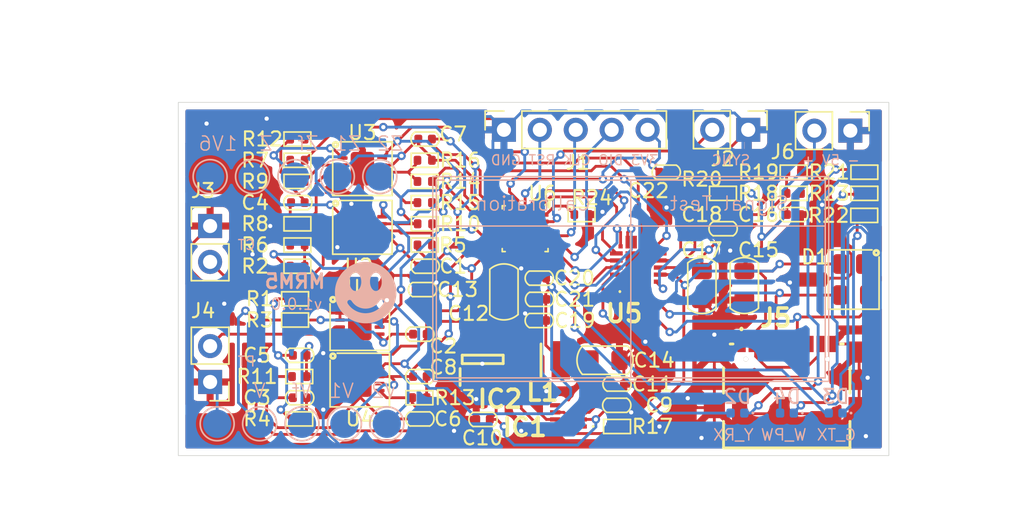
<source format=kicad_pcb>
(kicad_pcb (version 20240108) (generator "pcbnew") (generator_version "8.0")
  (layers (0 "F.Cu" signal) (31 "B.Cu" signal) (34 "B.Paste" user) (35 "F.Paste" user) (36 "B.SilkS" user "B.Silkscreen") (37 "F.SilkS" user "F.Silkscreen") (38 "B.Mask" user) (39 "F.Mask" user) (44 "Edge.Cuts" user))
  (net 0 "")
  (net 1 "Net-(U2B-+)")
  (net 2 "+1V6")
  (net 3 "Net-(U1B-+)")
  (net 4 "Net-(U4A-+)")
  (net 5 "Net-(C4-Pad2)")
  (net 6 "Net-(C4-Pad1)")
  (net 7 "Net-(U4A--)")
  (net 8 "Net-(C5-Pad1)")
  (net 9 "Net-(U4B-+)")
  (net 10 "/Analog/sigZ")
  (net 11 "Net-(C7-Pad1)")
  (net 12 "/Analog/sigV")
  (net 13 "Net-(C8-Pad1)")
  (net 14 "+5V")
  (net 15 "GND")
  (net 16 "Net-(IC1-VCC)")
  (net 17 "Net-(IC2-NR)")
  (net 18 "+3V3")
  (net 19 "Net-(U5-VDD)")
  (net 20 "Net-(D1-L2)")
  (net 21 "Net-(D1-L3)")
  (net 22 "Net-(D2-A)")
  (net 23 "Net-(D2-K)")
  (net 24 "Net-(D3-A)")
  (net 25 "Net-(D4-K)")
  (net 27 "Net-(IC1-~{RESET})")
  (net 28 "Net-(IC1-LX)")
  (net 29 "/SW2")
  (net 30 "/SW1")
  (net 31 "/SW3")
  (net 32 "/Interface/SYNC")
  (net 33 "/Analog/ZCTp")
  (net 34 "/Analog/Vp")
  (net 39 "Net-(U1A--)")
  (net 40 "Net-(U2A--)")
  (net 41 "Net-(U2B--)")
  (net 42 "Net-(U3A--)")
  (net 43 "Net-(U3A-+)")
  (net 44 "Net-(U3B--)")
  (net 45 "Net-(U3B-+)")
  (net 46 "Net-(U5-VBUS)")
  (net 47 "Net-(U5-~{RST})")
  (net 48 "Net-(U6-PB9)")
  (net 49 "/Analog/sigV2")
  (net 50 "/F4")
  (net 52 "/F1")
  (net 53 "/F3")
  (net 56 "/F6")
  (net 58 "/F5")
  (net 59 "/F2")
  (net 61 "Net-(D3-K)")
  (net 62 "/Analog/sigZ2")
  (footprint "PCM_Capacitor_SMD_AKL:C_0402_1005Metric" (layer "F.Cu") (at 188.2985 128.19)
    (property "Reference" "C21")
    (property "Value" "0.1u" (hide yes))
  )
  (footprint "PCM_Resistor_SMD_AKL:R_0402_1005Metric" (layer "F.Cu") (at 180.175 124.345)
    (property "Reference" "R5")
    (property "Value" "2.49k" (hide yes))
  )
  (footprint "PCM_Package_TO_SOT_SMD_AKL:SOT-143" (layer "F.Cu") (at 210.5085 126.79 -90)
    (property "Reference" "D1")
    (property "Value" "SP0503BAHT" (hide yes))
  )
  (footprint "PCM_Capacitor_SMD_AKL:C_0402_1005Metric" (layer "F.Cu") (at 206.2685 122.19 180)
    (property "Reference" "C16")
    (property "Value" "0.1u" (hide yes))
  )
  (footprint "Connector_PinSocket_2.54mm:PinSocket_1x05_P2.54mm_Vertical" (layer "F.Cu") (at 185.7785 116.19 90)
    (property "Reference" "J1")
    (property "Value" "Conn_01x05" (hide yes))
  )
  (footprint "Mouser:CP2102NA02GQFN20" (layer "F.Cu") (at 195.2785 125.69 90)
    (property "Reference" "U5")
    (property "Value" "CP2102N-A02-GQFN20" (hide yes))
  )
  (footprint "PCM_Resistor_SMD_AKL:R_0402_1005Metric" (layer "F.Cu") (at 180.175 118.345)
    (property "Reference" "R16")
    (property "Value" "32.4k" (hide yes))
  )
  (footprint "Connector_PinHeader_2.54mm:PinHeader_1x02_P2.54mm_Vertical" (layer "F.Cu") (at 203.0535 116.19 -90)
    (property "Reference" "J2")
    (property "Value" "Conn_01x02" (hide yes))
  )
  (footprint "Mouser:SOT95P280X145-6N" (layer "F.Cu") (at 184.2785 132.44 90)
    (property "Reference" "IC2")
    (property "Value" "REF35160QDBVR" (hide yes))
  )
  (footprint "PCM_Package_DFN_QFN_AKL:DFN-8-1EP_3x3mm_P0.5mm_EP1.66x2.38mm" (layer "F.Cu") (at 175.77 123.095)
    (property "Reference" "U2")
    (property "Value" "ADA4528-2ACPZ" (hide yes))
  )
  (footprint "PCM_Capacitor_SMD_AKL:C_0805_2012Metric_Pad1.15x1.40mm" (layer "F.Cu") (at 202.7785 127.215 90)
    (property "Reference" "C15")
    (property "Value" "4.7u" (hide yes))
  )
  (footprint "PCM_Capacitor_SMD_AKL:C_0402_1005Metric" (layer "F.Cu") (at 188.2785 126.69)
    (property "Reference" "C20")
    (property "Value" "0.1u" (hide yes))
  )
  (footprint "PCM_Capacitor_SMD_AKL:C_0805_2012Metric_Pad1.15x1.40mm" (layer "F.Cu") (at 199.7785 127.215 90)
    (property "Reference" "C17")
    (property "Value" "4.7u" (hide yes))
  )
  (footprint "PCM_Resistor_SMD_AKL:R_0402_1005Metric" (layer "F.Cu") (at 206.2785 120.69)
    (property "Reference" "R18")
    (property "Value" "22.1k" (hide yes))
  )
  (footprint "PCM_Resistor_SMD_AKL:R_0402_1005Metric" (layer "F.Cu") (at 179.805 135.155 180)
    (property "Reference" "R13")
    (property "Value" "4.99k" (hide yes))
  )
  (footprint "PCM_Capacitor_SMD_AKL:C_0402_1005Metric" (layer "F.Cu") (at 179.835 130.655 180)
    (property "Reference" "C2")
    (property "Value" "1u" (hide yes))
  )
  (footprint "PCM_Capacitor_SMD_AKL:C_0805_2012Metric_Pad1.15x1.40mm" (layer "F.Cu") (at 192.925 132.5)
    (property "Reference" "C14")
    (property "Value" "22u" (hide yes))
  )
  (footprint "PCM_Capacitor_SMD_AKL:C_0402_1005Metric" (layer "F.Cu") (at 171.335 132.155)
    (property "Reference" "C5")
    (property "Value" "15n" (hide yes))
  )
  (footprint "PCM_Resistor_SMD_AKL:R_0402_1005Metric" (layer "F.Cu") (at 211.26 122.25)
    (property "Reference" "R22")
    (property "Value" "330" (hide yes))
  )
  (footprint "Mouser:ADPL16000AATAT" (layer "F.Cu") (at 190.3405 136.44 90)
    (property "Reference" "IC1")
    (property "Value" "ADPL16000AATA+T" (hide yes))
  )
  (footprint "PCM_Resistor_SMD_AKL:R_0402_1005Metric" (layer "F.Cu") (at 171.175 118.345 180)
    (property "Reference" "R7")
    (property "Value" "2.49k" (hide yes))
  )
  (footprint "Mouser:INDC3225X270N" (layer "F.Cu") (at 188.4 132.5)
    (property "Reference" "L1")
    (property "Value" "CBC3225T470KR" (hide yes))
  )
  (footprint "PCM_Capacitor_SMD_AKL:C_0402_1005Metric" (layer "F.Cu") (at 179.835 136.655)
    (property "Reference" "C6")
    (property "Value" "15n" (hide yes))
  )
  (footprint "PCM_Resistor_SMD_AKL:R_0402_1005Metric" (layer "F.Cu") (at 206.2685 119.19 180)
    (property "Reference" "R19")
    (property "Value" "47.5k" (hide yes))
  )
  (footprint "Mouser:GSB1C41110SSHR" (layer "F.Cu") (at 205.7785 134.74)
    (property "Reference" "J5")
    (property "Value" "GSB1C41110SSHR" (hide yes))
  )
  (footprint "PCM_Resistor_SMD_AKL:R_0402_1005Metric" (layer "F.Cu") (at 201.2685 120.69)
    (property "Reference" "R20")
    (property "Value" "1k" (hide yes))
  )
  (footprint "PCM_Resistor_SMD_AKL:R_0402_1005Metric" (layer "F.Cu") (at 193.7785 137.19)
    (property "Reference" "R17")
    (property "Value" "3.65k" (hide yes))
  )
  (footprint "PCM_Package_DFN_QFN_AKL:DFN-8-1EP_3x3mm_P0.5mm_EP1.66x2.38mm" (layer "F.Cu") (at 175.585 133.905)
    (property "Reference" "U4")
    (property "Value" "ADA4528-2ACPZ" (hide yes))
  )
  (footprint "PCM_Resistor_SMD_AKL:R_0402_1005Metric" (layer "F.Cu") (at 171.175 122.845)
    (property "Reference" "R8")
    (property "Value" "76.8k" (hide yes))
  )
  (footprint "PCM_Capacitor_SMD_AKL:C_0402_1005Metric" (layer "F.Cu") (at 184.2985 136.69)
    (property "Reference" "C10")
    (property "Value" "0.1u" (hide yes))
  )
  (footprint "PCM_Resistor_SMD_AKL:R_0402_1005Metric" (layer "F.Cu") (at 180.175 119.845 180)
    (property "Reference" "R14")
    (property "Value" "2.49k" (hide yes))
  )
  (footprint "PCM_Resistor_SMD_AKL:R_0402_1005Metric" (layer "F.Cu") (at 171.175 125.845 180)
    (property "Reference" "R2")
    (property "Value" "2.67k" (hide yes))
  )
  (footprint "PCM_Capacitor_SMD_AKL:C_0402_1005Metric" (layer "F.Cu") (at 193.7785 134.19 180)
    (property "Reference" "C11")
    (property "Value" "1u" (hide yes))
  )
  (footprint "PCM_Capacitor_SMD_AKL:C_0402_1005Metric" (layer "F.Cu") (at 188.2785 129.69)
    (property "Reference" "C19")
    (property "Value" "1u" (hide yes))
  )
  (footprint "PCM_Resistor_SMD_AKL:R_0402_1005Metric" (layer "F.Cu") (at 171.305 136.655)
    (property "Reference" "R4")
    (property "Value" "16.2k" (hide yes))
  )
  (footprint "PCM_Resistor_SMD_AKL:R_0402_1005Metric" (layer "F.Cu") (at 211.2685 120.69)
    (property "Reference" "R23")
    (property "Value" "330" (hide yes))
  )
  (footprint "Connector_PinHeader_2.54mm:PinHeader_1x02_P2.54mm_Vertical" (layer "F.Cu") (at 165 123)
    (property "Reference" "J3")
    (property "Value" "Conn_01x02" (hide yes))
  )
  (footprint "PCM_Resistor_SMD_AKL:R_0402_1005Metric" (layer "F.Cu") (at 211.2685 119.19)
    (property "Reference" "R21")
    (property "Value" "330" (hide yes))
  )
  (footprint "PCM_Resistor_SMD_AKL:R_0402_1005Metric" (layer "F.Cu") (at 171.175 116.845)
    (property "Reference" "R12")
    (property "Value" "2.32k" (hide yes))
  )
  (footprint "PCM_Resistor_SMD_AKL:R_0402_1005Metric" (layer "F.Cu") (at 171.305 133.655 180)
    (property "Reference" "R11")
    (property "Value" "2.37k" (hide yes))
  )
  (footprint "Connector_PinHeader_2.54mm:PinHeader_1x02_P2.54mm_Vertical" (layer "F.Cu") (at 165 134.04 180)
    (property "Reference" "J4")
    (property "Value" "Conn_01x02" (hide yes))
  )
  (footprint "PCM_Resistor_SMD_AKL:R_0402_1005Metric" (layer "F.Cu") (at 171.01 129.655)
    (property "Reference" "R3")
    (property "Value" "2.67k" (hide yes))
  )
  (footprint "PCM_Capacitor_SMD_AKL:C_0402_1005Metric" (layer "F.Cu") (at 180.205 116.845 180)
    (property "Reference" "C7")
    (property "Value" "11n" (hide yes))
  )
  (footprint "PCM_Capacitor_SMD_AKL:C_0402_1005Metric" (layer "F.Cu") (at 180.205 125.845 180)
    (property "Reference" "C1")
    (property "Value" "1u" (hide yes))
  )
  (footprint "PCM_Capacitor_SMD_AKL:C_0402_1005Metric" (layer "F.Cu") (at 171.335 135.155)
    (property "Reference" "C3")
    (property "Value" "10n" (hide yes))
  )
  (footprint "PCM_Resistor_SMD_AKL:R_0402_1005Metric" (layer "F.Cu") (at 191.2685 122.19 180)
    (property "Reference" "R24")
    (property "Value" "10k" (hide yes))
  )
  (footprint "PCM_Resistor_SMD_AKL:R_0402_1005Metric" (layer "F.Cu") (at 180.175 121.345 180)
    (property "Reference" "R15")
    (property "Value" "38.3k" (hide yes))
  )
  (footprint "PCM_Capacitor_SMD_AKL:C_0402_1005Metric" (layer "F.Cu") (at 201.2785 123.19 180)
    (property "Reference" "C18")
    (property "Value" "0.1u" (hide yes))
  )
  (footprint "PCM_Capacitor_SMD_AKL:C_0402_1005Metric" (layer "F.Cu") (at 171.205 121.345)
    (property "Reference" "C4")
    (property "Value" "11n" (hide yes))
  )
  (footprint "PCM_Capacitor_SMD_AKL:C_0402_1005Metric" (layer "F.Cu") (at 193.7585 135.69 180)
    (property "Reference" "C9")
    (property "Value" "1u" (hide yes))
  )
  (footprint "PCM_Resistor_SMD_AKL:R_0402_1005Metric" (layer "F.Cu") (at 171.175 124.345 180)
    (property "Reference" "R6")
    (property "Value" "3.65k" (hide yes))
  )
  (footprint "PCM_Package_DFN_QFN_AKL:DFN-8-1EP_3x3mm_P0.5mm_EP1.66x2.38mm" (layer "F.Cu") (at 175.585 129.905)
    (property "Reference" "U1")
    (property "Value" "ADA4528-2ACPZ" (hide yes))
  )
  (footprint "PCM_Capacitor_SMD_AKL:C_0402_1005Metric" (layer "F.Cu") (at 197.2585 119.19 180)
    (property "Reference" "C22")
    (property "Value" "1u" (hide yes))
  )
  (footprint "PCM_Package_DFN_QFN_AKL:DFN-8-1EP_3x3mm_P0.5mm_EP1.66x2.38mm" (layer "F.Cu") (at 175.77 118.94)
    (property "Reference" "U3")
    (property "Value" "ADA4528-2ACPZ" (hide yes))
  )
  (footprint "Package_DFN_QFN:ST_UFQFPN-20_3x3mm_P0.5mm" (layer "F.Cu") (at 187.2785 123.19 -90)
    (property "Reference" "U6")
    (property "Value" "STM32L011F4Ux" (hide yes))
  )
  (footprint "PCM_Resistor_SMD_AKL:R_0402_1005Metric" (layer "F.Cu") (at 171.175 119.845 180)
    (property "Reference" "R9")
    (property "Value" "32.4k" (hide yes))
  )
  (footprint "PCM_Capacitor_SMD_AKL:C_0402_1005Metric" (layer "F.Cu") (at 180.02 127.5 180)
    (property "Reference" "C13")
    (property "Value" "1u" (hide yes))
  )
  (footprint "Connector_PinHeader_2.54mm:PinHeader_1x02_P2.54mm_Vertical" (layer "F.Cu") (at 210.275 116.25 -90)
    (property "Reference" "J6")
    (property "Value" "Conn_01x02" (hide yes))
  )
  (footprint "PCM_Capacitor_SMD_AKL:C_0805_2012Metric_Pad1.15x1.40mm" (layer "F.Cu") (at 185.7785 127.665 -90)
    (property "Reference" "C12")
    (property "Value" "10u" (hide yes))
  )
  (footprint "PCM_Resistor_SMD_AKL:R_0402_1005Metric" (layer "F.Cu") (at 180.185 122.845 180)
    (property "Reference" "R10")
    (property "Value" "499k" (hide yes))
  )
  (footprint "PCM_Capacitor_SMD_AKL:C_0402_1005Metric" (layer "F.Cu") (at 179.835 133.655 180)
    (property "Reference" "C8")
    (property "Value" "82n" (hide yes))
  )
  (footprint "PCM_Resistor_SMD_AKL:R_0402_1005Metric" (layer "F.Cu") (at 171.01 128.155 180)
    (property "Reference" "R1")
    (property "Value" "12.7k" (hide yes))
  )
  (footprint "TestPoint:TestPoint_Pad_D2.0mm" (layer "B.Cu") (at 174 119.5)
    (property "Reference" "TP8" (hide yes))
    (property "Value" "Z1")
  )
  (footprint "TestPoint:TestPoint_Pad_D2.0mm" (layer "B.Cu") (at 171.5 137)
    (property "Reference" "TP6" (hide yes))
    (property "Value" "Vf")
  )
  (footprint "TestPoint:TestPoint_Pad_D2.0mm" (layer "B.Cu") (at 165 119.5)
    (property "Reference" "TP1" (hide yes))
    (property "Value" "1V6")
  )
  (footprint "TestPoint:TestPoint_Pad_D2.0mm" (layer "B.Cu") (at 165.5 137)
    (property "Reference" "TP1" (hide yes))
    (property "Value" "1V6")
  )
  (footprint "LED_SMD:LED_0402_1005Metric" (layer "B.Cu") (at 209.235 136.24 180)
    (property "Reference" "D3")
    (property "Value" "LED-GREEN")
  )
  (footprint "LED_SMD:LED_0402_1005Metric" (layer "B.Cu") (at 205.7935 136.24 180)
    (property "Reference" "D4")
    (property "Value" "LED-WHITE")
  )
  (footprint "TestPoint:TestPoint_Pad_D2.0mm" (layer "B.Cu") (at 177.5 137)
    (property "Reference" "TP4" (hide yes))
    (property "Value" "V2")
  )
  (footprint "TestPoint:TestPoint_Pad_D2.0mm" (layer "B.Cu") (at 171 119.5)
    (property "Reference" "TP7" (hide yes))
    (property "Value" "Zf")
  )
  (footprint "LED_SMD:LED_0402_1005Metric" (layer "B.Cu") (at 202.2935 136.24 180)
    (property "Reference" "D2")
    (property "Value" "LED-YELLOW")
  )
  (footprint "TestPoint:TestPoint_Pad_D2.0mm" (layer "B.Cu") (at 168 119.5)
    (property "Reference" "TP3" (hide yes))
    (property "Value" "Z")
  )
  (footprint "TestPoint:TestPoint_Pad_D2.0mm" (layer "B.Cu") (at 174.5 137)
    (property "Reference" "TP9" (hide yes))
    (property "Value" "V1")
  )
  (footprint "TestPoint:TestPoint_Pad_D2.0mm" (layer "B.Cu") (at 168.5 137)
    (property "Reference" "TP2" (hide yes))
    (property "Value" "V")
  )
  (footprint "TestPoint:TestPoint_Pad_D2.0mm" (layer "B.Cu") (at 177 119.5)
    (property "Reference" "TP5" (hide yes))
    (property "Value" "Z2")
  )
  (footprint "Mouser:ktw07182_logo" (layer "B.Cu") (at 176 127.75 180)
    (property "Reference" "Symbol1" (hide yes))
    (property "Value" "ktw07182@gmail.com" (hide yes))
  )
  (gr_rect (start 181 119.75) (end 208.5 133.75) (stroke (width 0.1)) (fill none) (layer "B.SilkS"))
  (gr_rect (start 194.75 119.75) (end 208.5 133.75) (stroke (width 0.1)) (fill none) (layer "B.SilkS"))
  (gr_rect (start 181 119.75) (end 208.5 123) (stroke (width 0.1)) (fill none) (layer "B.SilkS"))
  (gr_rect (start 180.75 119.5) (end 208.75 134) (stroke (width 0.1)) (fill none) (layer "B.SilkS"))
  (gr_rect (start 162.75 114.25) (end 213 139.25) (stroke (width 0.05)) (fill none) (layer "Edge.Cuts"))
  (gr_text "Y_RX" (at 203.5 138.25 0) (layer "B.SilkS") (effects (font (size 0.8 0.8) (thickness 0.1)) (justify left bottom mirror)))
  (gr_text "3V3 DIO CLK RST GND" (at 196.75 118.75 0) (layer "B.SilkS") (effects (font (size 0.7 0.7) (thickness 0.1)) (justify left bottom mirror)))
  (gr_text "V2" (at 178.25 135.25 0) (layer "B.SilkS") (effects (font (size 1 1) (thickness 0.1)) (justify left bottom mirror)))
  (gr_text "v1.0.0" (at 173 129 0) (layer "B.SilkS") (effects (font (size 0.8 0.8) (thickness 0.1)) (justify left bottom mirror)))
  (gr_text "Vf" (at 172.25 135.25 0) (layer "B.SilkS") (effects (font (size 1 1) (thickness 0.1)) (justify left bottom mirror)))
  (gr_text "CT" (at 168.25 124.75 -0) (layer "B.SilkS") (effects (font (size 0.7 0.7) (thickness 0.1)) (justify left bottom mirror)))
  (gr_text "W_PW" (at 207.25 138.25 0) (layer "B.SilkS") (effects (font (size 0.8 0.8) (thickness 0.1)) (justify left bottom mirror)))
  (gr_text "Signal Test" (at 206 122 0) (layer "B.SilkS") (effects (font (size 1 1) (thickness 0.1)) (justify left bottom mirror)))
  (gr_text "Zf" (at 172.75 117.75 0) (layer "B.SilkS") (effects (font (size 1 1) (thickness 0.1)) (justify left bottom mirror)))
  (gr_text "V1" (at 175.25 135.25 0) (layer "B.SilkS") (effects (font (size 1 1) (thickness 0.1)) (justify left bottom mirror)))
  (gr_text "G_TX" (at 210.75 138.25 0) (layer "B.SilkS") (effects (font (size 0.8 0.8) (thickness 0.1)) (justify left bottom mirror)))
  (gr_text "PT" (at 168.25 133 -0) (layer "B.SilkS") (effects (font (size 0.7 0.7) (thickness 0.1)) (justify left bottom mirror)))
  (gr_text "Calibration" (at 192 122 0) (layer "B.SilkS") (effects (font (size 1 1) (thickness 0.1)) (justify left bottom mirror)))
  (gr_text "V" (at 169 135.25 0) (layer "B.SilkS") (effects (font (size 1 1) (thickness 0.1)) (justify left bottom mirror)))
  (gr_text "Z" (at 169.5 117.75 0) (layer "B.SilkS") (effects (font (size 1 1) (thickness 0.1)) (justify left bottom mirror)))
  (gr_text "- 5V +" (at 211 118.75 0) (layer "B.SilkS") (effects (font (size 0.7 0.7) (thickness 0.1)) (justify left bottom mirror)))
  (gr_text "1V6" (at 167 117.75 0) (layer "B.SilkS") (effects (font (size 1 1) (thickness 0.1)) (justify left bottom mirror)))
  (gr_text "SYNC" (at 203.25 118.75 -0) (layer "B.SilkS") (effects (font (size 0.7 0.7) (thickness 0.1)) (justify left bottom mirror)))
  (gr_text "Z2" (at 178.75 117.75 0) (layer "B.SilkS") (effects (font (size 1 1) (thickness 0.1)) (justify left bottom mirror)))
  (gr_text "MRM5" (at 173.25 127.5 0) (layer "B.SilkS") (effects (font (size 1 1) (thickness 0.2) (bold yes)) (justify left bottom mirror)))
  (gr_text "Z1" (at 175.75 117.75 0) (layer "B.SilkS") (effects (font (size 1 1) (thickness 0.1)) (justify left bottom mirror)))
  (segment (start 170.345 125.845) (end 169.5 125) (width 0.2) (layer "F.Cu") (net 1))
  (segment (start 177.17 123.845) (end 177.725 123.845) (width 0.2) (layer "F.Cu") (net 1))
  (segment (start 170.665 125.845) (end 170.345 125.845) (width 0.2) (layer "F.Cu") (net 1))
  (segment (start 178.44 124.56) (end 179.725 125.845) (width 0.2) (layer "F.Cu") (net 1))
  (segment (start 177.725 123.845) (end 178.44 124.56) (width 0.2) (layer "F.Cu") (net 1))
  (via (at 169.5 125) (size 0.6) (drill 0.3) (layers "F.Cu" "B.Cu") (net 1))
  (via (at 178.44 124.56) (size 0.6) (drill 0.3) (layers "F.Cu" "B.Cu") (net 1))
  (segment (start 177 126) (end 178.44 124.56) (width 0.2) (layer "B.Cu") (net 1))
  (segment (start 173 126) (end 177 126) (width 0.2) (layer "B.Cu") (net 1))
  (segment (start 172 125) (end 173 126) (width 0.2) (layer "B.Cu") (net 1))
  (segment (start 169.5 125) (end 172 125) (width 0.2) (layer "B.Cu") (net 1))
  (segment (start 177.27 126.5) (end 177.27 126.27) (width 0.2) (layer "F.Cu") (net 2))
  (segment (start 164.5 127) (end 163.5 126) (width 0.2) (layer "F.Cu") (net 2))
  (segment (start 184.59 124.59) (end 184.5 124.5) (width 0.2) (layer "F.Cu") (net 2))
  (segment (start 174.25 127.535) (end 164.465 127.535) (width 0.2) (layer "F.Cu") (net 2))
  (segment (start 180.685 125.845) (end 180.685 126.315) (width 0.2) (layer "F.Cu") (net 2))
  (segment (start 175.585 135.095) (end 175.585 133.905) (width 0.2) (layer "F.Cu") (net 2))
  (segment (start 175.77 128.23) (end 175.77 129.72) (width 0.2) (layer "F.Cu") (net 2))
  (segment (start 173.5 116.53) (end 173.5 116.5) (width 0.2) (layer "F.Cu") (net 2))
  (segment (start 177.27 126.27) (end 175.875 124.875) (width 0.2) (layer "F.Cu") (net 2))
  (segment (start 175.73 128.23) (end 175 127.5) (width 0.2) (layer "F.Cu") (net 2))
  (segment (start 179.54 126.96) (end 180 126.5) (width 0.2) (layer "F.Cu") (net 2))
  (segment (start 175.77 129.72) (end 175.585 129.905) (width 0.2) (layer "F.Cu") (net 2))
  (segment (start 175.77 124.285) (end 175.77 123.095) (width 0.2) (layer "F.Cu") (net 2))
  (segment (start 179.54 127.5) (end 179.54 126.96) (width 0.2) (layer "F.Cu") (net 2))
  (segment (start 163.5 132.54) (end 165 134.04) (width 0.2) (layer "F.Cu") (net 2))
  (segment (start 175.77 128.23) (end 175.73 128.23) (width 0.2) (layer "F.Cu") (net 2))
  (segment (start 169 135.5) (end 169 136.5) (width 0.2) (layer "F.Cu") (net 2))
  (segment (start 173.5 116.5) (end 175.5 116.5) (width 0.2) (layer "F.Cu") (net 2))
  (segment (start 184.921372 124.59) (end 184.59 124.59) (width 0.2) (layer "F.Cu") (net 2))
  (segment (start 173.475 137.275) (end 175.585 135.165) (width 0.2) (layer "F.Cu") (net 2))
  (segment (start 182.5 129) (end 180.61 129) (width 0.2) (layer "F.Cu") (net 2))
  (segment (start 179.54 128.52) (end 179.54 127.5) (width 0.2) (layer "F.Cu") (net 2))
  (segment (start 184.5 124.5) (end 182.03 124.5) (width 0.2) (layer "F.Cu") (net 2))
  (segment (start 182.5 124.03) (end 181.765 124.765) (width 0.2) (layer "F.Cu") (net 2))
  (segment (start 163.5 128.5) (end 163.5 132.54) (width 0.2) (layer "F.Cu") (net 2))
  (segment (start 180.315 130.935) (end 180.315 130.655) (width 0.2) (layer "F.Cu") (net 2))
  (segment (start 175.585 135.165) (end 175.585 133.905) (width 0.2) (layer "F.Cu") (net 2))
  (segment (start 180 126.5) (end 179.5 126.5) (width 0.2) (layer "F.Cu") (net 2))
  (segment (start 175.585 131.75) (end 175.585 129.905) (width 0.2) (layer "F.Cu") (net 2))
  (segment (start 175.875 124.875) (end 173.75 127) (width 0.2) (layer "F.Cu") (net 2))
  (segment (start 182 117.945) (end 181.445 117.945) (width 0.2) (layer "F.Cu") (net 2))
  (segment (start 179.5 126.5) (end 179 126.5) (width 0.2) (layer "F.Cu") (net 2))
  (segment (start 175.585 128.915) (end 175.585 129.905) (width 0.2) (layer "F.Cu") (net 2))
  (segment (start 175.77 123.095) (end 175.77 124.605) (width 0.2) (layer "F.Cu") (net 2))
  (segment (start 184.1 120.795814) (end 185.152093 121.847907) (width 0.2) (layer "F.Cu") (net 2))
  (segment (start 181.22 129.75) (end 182.75 129.75) (width 0.2) (layer "F.Cu") (net 2))
  (segment (start 184.1 119.1) (end 184.1 120.795814) (width 0.2) (layer "F.Cu") (net 2))
  (segment (start 163.5 126) (end 163.5 124.5) (width 0.2) (layer "F.Cu") (net 2))
  (segment (start 178.5 131.5) (end 179.75 131.5) (width 0.2) (layer "F.Cu") (net 2))
  (segment (start 177.985 126.5) (end 177.27 126.5) (width 0.2) (layer "F.Cu") (net 2))
  (segment (start 181.34 120.5) (end 181.34 120.84) (width 0.2) (layer "F.Cu") (net 2))
  (segment (start 175.77 118.94) (end 175.77 123.095) (width 0.2) (layer "F.Cu") (net 2))
  (segment (start 181.765 124.765) (end 180.685 125.845) (width 0.2) (layer "F.Cu") (net 2))
  (segment (start 183 120.827186) (end 183 119.575736) (width 0.2) (layer "F.Cu") (net 2))
  (segment (start 175.585 133.905) (end 175.585 132.4) (width 0.2) (layer "F.Cu") (net 2))
  (segment (start 180.685 119.845) (end 181.34 120.5) (width 0.2) (layer "F.Cu") (net 2))
  (segment (start 171.685 118.345) (end 173.5 116.53) (width 0.2) (layer "F.Cu") (net 2))
  (segment (start 183 119.575736) (end 182.324264 118.9) (width 0.2) (layer "F.Cu") (net 2))
  (segment (start 175.77 124.605) (end 173.375 127) (width 0.2) (layer "F.Cu") (net 2))
  (segment (start 164.465 127.535) (end 163.5 128.5) (width 0.2) (layer "F.Cu") (net 2))
  (segment (start 185.362814 123.19) (end 183 120.827186) (width 0.2) (layer "F.Cu") (net 2))
  (segment (start 180.315 130.655) (end 181.22 129.75) (width 0.2) (layer "F.Cu") (net 2))
  (segment (start 175.91 132.075) (end 177.925 132.075) (width 0.2) (layer "F.Cu") (net 2))
  (segment (start 182.75 129.75) (end 183.3285 130.3285) (width 0.2) (layer "F.Cu") (net 2))
  (segment (start 177.27 126.5) (end 177.27 126.73) (width 0.2) (layer "F.Cu") (net 2))
  (segment (start 180.685 125.685) (end 179.665 124.665) (width 0.2) (layer "F.Cu") (net 2))
  (segment (start 183.5 126) (end 183.3285 126.1715) (width 0.2) (layer "F.Cu") (net 2))
  (segment (start 183.5 126) (end 183.5 128) (width 0.2) (layer "F.Cu") (net 2))
  (segment (start 175.585 128.715) (end 174.405 127.535) (width 0.2) (layer "F.Cu") (net 2))
  (segment (start 179.355 136.655) (end 177.145 136.655) (width 0.2) (layer "F.Cu") (net 2))
  (segment (start 175.585 129.905) (end 175.585 128.715) (width 0.2) (layer "F.Cu") (net 2))
  (segment (start 175.77 124.77) (end 175.77 123.095) (width 0.2) (layer "F.Cu") (net 2))
  (segment (start 179.54 127.5) (end 179.54 126.54) (width 0.2) (layer "F.Cu") (net 2))
  (segment (start 181.445 117.945) (end 181 117.5) (width 0.2) (layer "F.Cu") (net 2))
  (segment (start 183.5 126) (end 184.1 125.4) (width 0.2) (layer "F.Cu") (net 2))
  (segment (start 177.925 132.075) (end 178.5 131.5) (width 0.2) (layer "F.Cu") (net 2))
  (segment (start 180.5 126.5) (end 180 126.5) (width 0.2) (layer "F.Cu") (net 2))
  (segment (start 175.585 129.905) (end 175.585 133.905) (width 0.2) (layer "F.Cu") (net 2))
  (segment (start 175.91 132.075) (end 175.585 131.75) (width 0.2) (layer "F.Cu") (net 2))
  (segment (start 177.27 126.73) (end 175.77 128.23) (width 0.2) (layer "F.Cu") (net 2))
  (segment (start 179.54 126.54) (end 179.5 126.5) (width 0.2) (layer "F.Cu") (net 2))
  (segment (start 182.5 122) (end 182.5 124.03) (width 0.2) (layer "F.Cu") (net 2))
  (segment (start 180.685 126.315) (end 180.5 126.5) (width 0.2) (layer "F.Cu") (net 2))
  (segment (start 182.945 117.945) (end 182 117.945) (width 0.2) (layer "F.Cu") (net 2))
  (segment (start 170.855 135.155) (end 169.345 135.155) (width 0.2) (layer "F.Cu") (net 2))
  (segment (start 179.665 124.665) (end 179.665 124.345) (width 0.2) (layer "F.Cu") (net 2))
  (segment (start 175.77 116.77) (end 175.77 118.94) (width 0.2) (layer "F.Cu") (net 2))
  (segment (start 179.75 131.5) (end 180.315 130.935) (width 0.2) (layer "F.Cu") (net 2))
  (segment (start 179.46 126.96) (end 179 126.5) (width 0.2) (layer "F.Cu") (net 2))
  (segment (start 179.54 126.96) (end 179.46 126.96) (width 0.2) (layer "F.Cu") (net 2))
  (segment (start 177.145 136.655) (end 175.585 135.095) (width 0.2) (layer "F.Cu") (net 2))
  (segment (start 175 127.5) (end 174.965 127.535) (width 0.2) (layer "F.Cu") (net 2))
  (segment (start 177.985 126.5) (end 177.985 126.515) (width 0.2) (layer "F.Cu") (net 2))
  (segment (start 186.109186 125.4) (end 186.3435 125.165685) (width 0.2) (layer "F.Cu") (net 2))
  (segment (start 177.985 126.5) (end 175.77 124.285) (width 0.2) (layer "F.Cu") (net 2))
  (segment (start 175.5 116.5) (end 175.77 116.77) (width 0.2) (layer "F.Cu") (net 2))
  (segment (start 180.685 125.845) (end 180.685 125.685) (width 0.2) (layer "F.Cu") (net 2))
  (segment (start 163.5 124.5) (end 165 123) (width 0.2) (layer "F.Cu") (net 2))
  (segment (start 180.61 129) (end 180.315 129.295) (width 0.2) (layer "F.Cu") (net 2))
  (segment (start 175.585 132.4) (end 175.91 132.075) (width 0.2) (layer "F.Cu") (net 2))
  (segment (start 173.375 127) (end 164.5 127) (width 0.2) (layer "F.Cu") (net 2))
  (segment (start 169.345 135.155) (end 169 135.5) (width 0.2) (layer "F.Cu") (net 2))
  (segment (start 184 119) (end 184.1 119.1) (width 0.2) (layer "F.Cu") (net 2))
  (segment (start 180.315 129.295) (end 179.54 128.52) (width 0.2) (layer "F.Cu") (net 2))
  (segment (start 174.405 127.535) (end 174.25 127.535) (width 0.2) (layer "F.Cu") (net 2))
  (segment (start 183.3285 130.3285) (end 183.3285 131.19) (width 0.2) (layer "F.Cu") (net 2))
  (segment (start 180.315 130.655) (end 180.315 129.295) (width 0.2) (layer "F.Cu") (net 2))
  (segment (start 184 119) (end 182.945 117.945) (width 0.2) (layer "F.Cu") (net 2))
  (segment (start 185.9785 123.19) (end 185.362814 123.19) (width 0.2) (layer "F.Cu") (net 2))
  (segment (start 182.03 124.5) (end 181.765 124.765) (width 0.2) (layer "F.Cu") (net 2))
  (segment (start 179 126.5) (end 177.985 126.5) (width 0.2) (layer "F.Cu") (net 2))
  (segment (start 173.75 127) (end 173.375 127) (width 0.2) (layer "F.Cu") (net 2))
  (segment (start 183.5 128) (end 182.5 129) (width 0.2) (layer "F.Cu") (net 2))
  (segment (start 184.1 125.4) (end 186.109186 125.4) (width 0.2) (layer "F.Cu") (net 2))
  (segment (start 181.63 118.9) (end 180.685 119.845) (width 0.2) (layer "F.Cu") (net 2))
  (segment (start 174.965 127.535) (end 174.25 127.535) (width 0.2) (layer "F.Cu") (net 2))
  (segment (start 175.875 124.875) (end 175.77 124.77) (width 0.2) (layer "F.Cu") (net 2))
  (segment (start 169 136.5) (end 169.775 137.275) (width 0.2) (layer "F.Cu") (net 2))
  (segment (start 175.585 123.28) (end 175.77 123.095) (width 0.2) (layer "F.Cu") (net 2))
  (segment (start 182.324264 118.9) (end 181.63 118.9) (width 0.2) (layer "F.Cu") (net 2))
  (segment (start 181.34 120.84) (end 182.5 122) (width 0.2) (layer "F.Cu") (net 2))
  (segment (start 177.985 126.515) (end 175.585 128.915) (width 0.2) (layer "F.Cu") (net 2))
  (segment (start 169.775 137.275) (end 173.475 137.275) (width 0.2) (layer "F.Cu") (net 2))
  (via (at 182.5 122) (size 0.6) (drill 0.3) (layers "F.Cu" "B.Cu") (net 2))
  (via (at 183.5 126) (size 0.6) (drill 0.3) (layers "F.Cu" "B.Cu") (net 2))
  (via (at 181.765 124.765) (size 0.6) (drill 0.3) (layers "F.Cu" "B.Cu") (net 2))
  (via (at 183.75 118.75) (size 0.6) (drill 0.3) (layers "F.Cu" "B.Cu") (net 2))
  (segment (start 165.5 134.54) (end 165 134.04) (width 0.2) (layer "B.Cu") (net 2))
  (segment (start 165.5 137) (end 165.5 134.54) (width 0.2) (layer "B.Cu") (net 2))
  (segment (start 181.765 124.765) (end 183 126) (width 0.2) (layer "B.Cu") (net 2))
  (segment (start 183.75 118.75) (end 183.75 120.75) (width 0.2) (layer "B.Cu") (net 2))
  (segment (start 183.75 120.75) (end 182.5 122) (width 0.2) (layer "B.Cu") (net 2))
  (segment (start 183 126) (end 183.5 126) (width 0.2) (layer "B.Cu") (net 2))
  (segment (start 171.815 129.655) (end 172.815 129.655) (width 0.2) (layer "F.Cu") (net 3))
  (segment (start 177.25 131.09) (end 176.815 130.655) (width 0.2) (layer "F.Cu") (net 3))
  (segment (start 177.25 131.25) (end 177.25 131.09) (width 0.2) (layer "F.Cu") (net 3))
  (segment (start 177.25 131.25) (end 177.845 130.655) (width 0.2) (layer "F.Cu") (net 3))
  (segment (start 177.845 130.655) (end 179.355 130.655) (width 0.2) (layer "F.Cu") (net 3))
  (via (at 177.25 131.25) (size 0.6) (drill 0.3) (layers "F.Cu" "B.Cu") (net 3))
  (via (at 172.815 129.655) (size 0.6) (drill 0.3) (layers "F.Cu" "B.Cu") (net 3))
  (segment (start 176.5 130.5) (end 176 130.5) (width 0.2) (layer "B.Cu") (net 3))
  (segment (start 175.155 129.655) (end 172.815 129.655) (width 0.2) (layer "B.Cu") (net 3))
  (segment (start 177.25 131.25) (end 176.5 130.5) (width 0.2) (layer "B.Cu") (net 3))
  (segment (start 176 130.5) (end 175.155 129.655) (width 0.2) (layer "B.Cu") (net 3))
  (segment (start 173.485 134.155) (end 174.185 134.155) (width 0.2) (layer "F.Cu") (net 4))
  (segment (start 173.485 134.17) (end 173.485 134.155) (width 0.2) (layer "F.Cu") (net 4))
  (segment (start 172.5 135.155) (end 173.485 134.17) (width 0.2) (layer "F.Cu") (net 4))
  (segment (start 171.815 136.655) (end 171.815 135.155) (width 0.2) (layer "F.Cu") (net 4))
  (segment (start 171.815 135.155) (end 172.5 135.155) (width 0.2) (layer "F.Cu") (net 4))
  (segment (start 174.37 118.19) (end 173.68 117.5) (width 0.2) (layer "F.Cu") (net 5))
  (segment (start 173.68 117.5) (end 173.5 117.5) (width 0.2) (layer "F.Cu") (net 5))
  (segment (start 170.665 116.845) (end 170.655 116.845) (width 0.2) (layer "F.Cu") (net 5))
  (segment (start 169.5 118) (end 170 117.5) (width 0.2) (layer "F.Cu") (net 5))
  (segment (start 170.665 120.165) (end 171.685 121.185) (width 0.2) (layer "F.Cu") (net 5))
  (segment (start 170 117.5) (end 170 119.18) (width 0.2) (layer "F.Cu") (net 5))
  (segment (start 170 119.18) (end 170.665 119.845) (width 0.2) (layer "F.Cu") (net 5))
  (segment (start 170.665 119.845) (end 170.665 120.165) (width 0.2) (layer "F.Cu") (net 5))
  (segment (start 171.685 121.185) (end 171.685 121.345) (width 0.2) (layer "F.Cu") (net 5))
  (segment (start 170.655 116.845) (end 170 117.5) (width 0.2) (layer "F.Cu") (net 5))
  (via (at 173.5 117.5) (size 0.6) (drill 0.3) (layers "F.Cu" "B.Cu") (net 5))
  (via (at 169.5 118) (size 0.6) (drill 0.3) (layers "F.Cu" "B.Cu") (net 5))
  (segment (start 171 119.5) (end 169.5 118) (width 0.2) (layer "B.Cu") (net 5))
  (segment (start 169.5 118) (end 170 117.5) (width 0.2) (layer "B.Cu") (net 5))
  (segment (start 170 117.5) (end 173.5 117.5) (width 0.2) (layer "B.Cu") (net 5))
  (segment (start 170.665 122.845) (end 170.665 124.345) (width 0.2) (layer "F.Cu") (net 6))
  (segment (start 170.665 121.405) (end 170.665 122.845) (width 0.2) (layer "F.Cu") (net 6))
  (segment (start 170.725 121.345) (end 170.665 121.405) (width 0.2) (layer "F.Cu") (net 6))
  (segment (start 171.815 131.685) (end 172 131.5) (width 0.2) (layer "F.Cu") (net 7))
  (segment (start 171.815 132.155) (end 171.815 133.655) (width 0.2) (layer "F.Cu") (net 7))
  (segment (start 171.815 133.655) (end 174.015 133.655) (width 0.2) (layer "F.Cu") (net 7))
  (segment (start 174.185 133.155) (end 174.185 133.655) (width 0.2) (layer "F.Cu") (net 7))
  (segment (start 171.815 132.155) (end 171.815 131.685) (width 0.2) (layer "F.Cu") (net 7))
  (via (at 172 131.5) (size 0.6) (drill 0.3) (layers "F.Cu" "B.Cu") (net 7))
  (segment (start 171.5 137) (end 171.5 132) (width 0.2) (layer "B.Cu") (net 7))
  (segment (start 171.5 132) (end 172 131.5) (width 0.2) (layer "B.Cu") (net 7))
  (segment (start 170.5 128.155) (end 169.845 128.155) (width 0.2) (layer "F.Cu") (net 8))
  (segment (start 170.795 136.655) (end 170.655 136.655) (width 0.2) (layer "F.Cu") (net 8))
  (segment (start 169.845 128.155) (end 169.5 128.5) (width 0.2) (layer "F.Cu") (net 8))
  (segment (start 170.655 136.655) (end 170 136) (width 0.2) (layer "F.Cu") (net 8))
  (segment (start 170.855 132.155) (end 169.815 132.155) (width 0.2) (layer "F.Cu") (net 8))
  (via (at 170 136) (size 0.6) (drill 0.3) (layers "F.Cu" "B.Cu") (net 8))
  (via (at 169.815 132.155) (size 0.6) (drill 0.3) (layers "F.Cu" "B.Cu") (net 8))
  (via (at 169.5 128.5) (size 0.6) (drill 0.3) (layers "F.Cu" "B.Cu") (net 8))
  (segment (start 169.5 131.84) (end 169.815 132.155) (width 0.2) (layer "B.Cu") (net 8))
  (segment (start 170 136) (end 170.415 135.585) (width 0.2) (layer "B.Cu") (net 8))
  (segment (start 169.5 128.5) (end 169.5 131.84) (width 0.2) (layer "B.Cu") (net 8))
  (segment (start 170.415 132.755) (end 169.815 132.155) (width 0.2) (layer "B.Cu") (net 8))
  (segment (start 170.415 135.585) (end 170.415 132.755) (width 0.2) (layer "B.Cu") (net 8))
  (segment (start 176.985 134.655) (end 177.485 135.155) (width 0.2) (layer "F.Cu") (net 9))
  (segment (start 177.485 135.155) (end 179.295 135.155) (width 0.2) (layer "F.Cu") (net 9))
  (segment (start 179.295 135.155) (end 179.295 135.546528) (width 0.2) (layer "F.Cu") (net 9))
  (segment (start 179.295 135.546528) (end 180.315 136.566528) (width 0.2) (layer "F.Cu") (net 9))
  (segment (start 180.315 136.566528) (end 180.315 136.655) (width 0.2) (layer "F.Cu") (net 9))
  (segment (start 182.345 118.345) (end 183.5 119.5) (width 0.2) (layer "F.Cu") (net 10))
  (segment (start 180.685 118.345) (end 182.345 118.345) (width 0.2) (layer "F.Cu") (net 10))
  (segment (start 185.4285 122.69) (end 185.9785 122.69) (width 0.2) (layer "F.Cu") (net 10))
  (segment (start 183.5 120.7615) (end 185.4285 122.69) (width 0.2) (layer "F.Cu") (net 10))
  (segment (start 177.17 118.69) (end 177.88 118.69) (width 0.2) (layer "F.Cu") (net 10))
  (segment (start 178.535 118.035) (end 179.725 116.845) (width 0.2) (layer "F.Cu") (net 10))
  (segment (start 179.725 116.845) (end 179.725 117.225) (width 0.2) (layer "F.Cu") (net 10))
  (segment (start 180.685 118.185) (end 180.685 118.345) (width 0.2) (layer "F.Cu") (net 10))
  (segment (start 179.725 117.225) (end 180.685 118.185) (width 0.2) (layer "F.Cu") (net 10))
  (segment (start 177.88 118.69) (end 178.535 118.035) (width 0.2) (layer "F.Cu") (net 10))
  (segment (start 183.5 119.5) (end 183.5 120.7615) (width 0.2) (layer "F.Cu") (net 10))
  (via (at 178.535 118.035) (size 0.6) (drill 0.3) (layers "F.Cu" "B.Cu") (net 10))
  (segment (start 175.465 118.035) (end 178.535 118.035) (width 0.2) (layer "B.Cu") (net 10))
  (segment (start 174 119.5) (end 175.465 118.035) (width 0.2) (layer "B.Cu") (net 10))
  (segment (start 181.34 122) (end 181.5 122) (width 0.2) (layer "F.Cu") (net 11))
  (segment (start 181.845 116.845) (end 180.685 116.845) (width 0.2) (layer "F.Cu") (net 11))
  (segment (start 172.53 116) (end 171.685 116.845) (width 0.2) (layer "F.Cu") (net 11))
  (segment (start 177.25 116) (end 172.53 116) (width 0.2) (layer "F.Cu") (net 11))
  (segment (start 182 117) (end 181.845 116.845) (width 0.2) (layer "F.Cu") (net 11))
  (segment (start 180.685 121.345) (end 181.34 122) (width 0.2) (layer "F.Cu") (net 11))
  (via (at 182 117) (size 0.6) (drill 0.3) (layers "F.Cu" "B.Cu") (net 11))
  (via (at 181.5 122) (size 0.6) (drill 0.3) (layers "F.Cu" "B.Cu") (net 11))
  (via (at 177.25 116) (size 0.6) (drill 0.3) (layers "F.Cu" "B.Cu") (net 11))
  (segment (start 177.25 116) (end 181 116) (width 0.2) (layer "B.Cu") (net 11))
  (segment (start 183 118) (end 182 117) (width 0.2) (layer "B.Cu") (net 11))
  (segment (start 181.5 122) (end 181.5 121.75) (width 0.2) (layer "B.Cu") (net 11))
  (segment (start 183 120.25) (end 183 118) (width 0.2) (layer "B.Cu") (net 11))
  (segment (start 181 116) (end 182 117) (width 0.2) (layer "B.Cu") (net 11))
  (segment (start 181.5 121.75) (end 183 120.25) (width 0.2) (layer "B.Cu") (net 11))
  (segment (start 178 133.905) (end 177.75 133.655) (width 0.2) (layer "F.Cu") (net 12))
  (segment (start 183 125) (end 182 126) (width 0.2) (layer "F.Cu") (net 12))
  (segment (start 179.355 133.145) (end 179.355 133.655) (width 0.2) (layer "F.Cu") (net 12))
  (segment (start 177.75 133.655) (end 179.355 133.655) (width 0.2) (layer "F.Cu") (net 12))
  (segment (start 178 134.25) (end 178 133.905) (width 0.2) (layer "F.Cu") (net 12))
  (segment (start 185.9435 125) (end 183 125) (width 0.2) (layer "F.Cu") (net 12))
  (segment (start 176.815 133.655) (end 177.75 133.655) (width 0.2) (layer "F.Cu") (net 12))
  (segment (start 181.875 130.625) (end 179.355 133.145) (width 0.2) (layer "F.Cu") (net 12))
  (segment (start 182 126) (end 182 128) (width 0.2) (layer "F.Cu") (net 12))
  (segment (start 186.2785 124.665) (end 185.9435 125) (width 0.2) (layer "F.Cu") (net 12))
  (via (at 181.875 130.625) (size 0.6) (drill 0.3) (layers "F.Cu" "B.Cu") (net 12))
  (via (at 182 128) (size 0.6) (drill 0.3) (layers "F.Cu" "B.Cu") (net 12))
  (via (at 178 134.25) (size 0.6) (drill 0.3) (layers "F.Cu" "B.Cu") (net 12))
  (segment (start 182 130.5) (end 182 128) (width 0.2) (layer "B.Cu") (net 12))
  (segment (start 177.25 134.25) (end 178 134.25) (width 0.2) (layer "B.Cu") (net 12))
  (segment (start 181.875 130.625) (end 182 130.5) (width 0.2) (layer "B.Cu") (net 12))
  (segment (start 174.5 137) (end 177.25 134.25) (width 0.2) (layer "B.Cu") (net 12))
  (segment (start 180.345 133.655) (end 180.315 133.655) (width 0.2) (layer "F.Cu") (net 13))
  (segment (start 168.25 134.75) (end 168.25 136.5) (width 0.2) (layer "F.Cu") (net 13))
  (segment (start 174 137.75) (end 174.25 137.5) (width 0.2) (layer "F.Cu") (net 13))
  (segment (start 181.5 137) (end 181.5 136) (width 0.2) (layer "F.Cu") (net 13))
  (segment (start 170.795 133.655) (end 169.345 133.655) (width 0.2) (layer "F.Cu") (net 13))
  (segment (start 168.25 136.5) (end 169.5 137.75) (width 0.2) (layer "F.Cu") (net 13))
  (segment (start 169.345 133.655) (end 168.25 134.75) (width 0.2) (layer "F.Cu") (net 13))
  (segment (start 180.315 135.155) (end 180.315 133.655) (width 0.2) (layer "F.Cu") (net 13))
  (segment (start 180.655 135.155) (end 180.315 135.155) (width 0.2) (layer "F.Cu") (net 13))
  (segment (start 169.5 137.75) (end 174 137.75) (width 0.2) (layer "F.Cu") (net 13))
  (segment (start 174.25 137.5) (end 181 137.5) (width 0.2) (layer "F.Cu") (net 13))
  (segment (start 181.5 136) (end 180.655 135.155) (width 0.2) (layer "F.Cu") (net 13))
  (segment (start 181 137.5) (end 181.5 137) (width 0.2) (layer "F.Cu") (net 13))
  (segment (start 185.2785 136.69) (end 185.7785 137.19) (width 0.2) (layer "F.Cu") (net 14))
  (segment (start 204 123.75) (end 204.2285 123.75) (width 0.2) (layer "F.Cu") (net 14))
  (segment (start 204.2785 129.775) (end 204.2785 126.69) (width 0.2) (layer "F.Cu") (net 14))
  (segment (start 185.2285 133.69) (end 185.2285 131.19) (width 0.2) (layer "F.Cu") (net 14))
  (segment (start 191.2785 136.69) (end 192.2785 136.69) (width 0.2) (layer "F.Cu") (net 14))
  (segment (start 191.2285 136.74) (end 191.2785 136.69) (width 0.2) (layer "F.Cu") (net 14))
  (segment (start 201.7785 120.69) (end 203.2785 120.69) (width 0.2) (layer "F.Cu") (net 14))
  (segment (start 207.2035 133) (end 204.3535 133) (width 0.2) (layer "F.Cu") (net 14))
  (segment (start 198.5 133.9685) (end 195.2785 137.19) (width 0.2) (layer "F.Cu") (net 14))
  (segment (start 193.2785 135.69) (end 193.2785 136.19) (width 0.2) (layer "F.Cu") (net 14))
  (segment (start 195.2785 137.19) (end 194.42 137.19) (width 0.2) (layer "F.Cu") (net 14))
  (segment (start 204.3535 133) (end 203.5785 132.225) (width 0.2) (layer "F.Cu") (net 14))
  (segment (start 207.9935 132.21) (end 207.2035 133) (width 0.2) (layer "F.Cu") (net 14))
  (segment (start 203.3785 130.675) (end 204.2785 129.775) (width 0.2) (layer "F.Cu") (net 14))
  (segment (start 192.2785 136.69) (end 193.2785 135.69) (width 0.2) (layer "F.Cu") (net 14))
  (segment (start 204 123.75) (end 204 124.4685) (width 0.2) (layer "F.Cu") (net 14))
  (segment (start 194.2785 137.19) (end 194.2885 137.19) (width 0.2) (layer "F.Cu") (net 14))
  (segment (start 205.2785 125.69) (end 209.5585 125.69) (width 0.2) (layer "F.Cu") (net 14))
  (segment (start 184.7285 136.64) (end 184.7785 136.69) (width 0.2) (layer "F.Cu") (net 14))
  (segment (start 205.2785 125.69) (end 204.7785 126.19) (width 0.2) (layer "F.Cu") (net 14))
  (segment (start 204.2285 123.75) (end 205.7885 122.19) (width 0.2) (layer "F.Cu") (net 14))
  (segment (start 204.2785 126.69) (end 203.7785 126.19) (width 0.2) (layer "F.Cu") (net 14))
  (segment (start 191.2285 137.19) (end 191.2285 136.74) (width 0.2) (layer "F.Cu") (net 14))
  (segment (start 184.7785 136.69) (end 185.2785 136.69) (width 0.2) (layer "F.Cu") (net 14))
  (segment (start 207.9935 131.535) (end 207.9935 132.21) (width 0.2) (layer "F.Cu") (net 14))
  (segment (start 203.5785 132.225) (end 203.5785 131.55) (width 0.2) (layer "F.Cu") (net 14))
  (segment (start 198.5785 127.19) (end 198.5 127.2685) (width 0.2) (layer "F.Cu") (net 14))
  (segment (start 209.4085 125.84) (end 209.5585 125.69) (width 0.2) (layer "F.Cu") (net 14))
  (segment (start 197.8285 126.44) (end 196.8285 126.44) (width 0.2) (layer "F.Cu") (net 14))
  (segment (start 204.7785 126.19) (end 202.2785 126.19) (width 0.2) (layer "F.Cu") (net 14))
  (segment (start 204 124.4685) (end 202.2785 126.19) (width 0.2) (layer "F.Cu") (net 14))
  (segment (start 198.5785 127.19) (end 197.8285 126.44) (width 0.2) (layer "F.Cu") (net 14))
  (segment (start 198.5 127.2685) (end 198.5 133.9685) (width 0.2) (layer "F.Cu") (net 14))
  (segment (start 203.3785 131.35) (end 203.3785 130.675) (width 0.2) (layer "F.Cu") (net 14))
  (segment (start 203.7785 126.19) (end 202.2785 126.19) (width 0.2) (layer "F.Cu") (net 14))
  (segment (start 208.1785 131.35) (end 207.9935 131.535) (width 0.2) (layer "F.Cu") (net 14))
  (segment (start 193.2785 136.19) (end 194.2785 137.19) (width 0.2) (layer "F.Cu") (net 14))
  (segment (start 205.7885 121.69) (end 206.7885 120.69) (width 0.2) (layer "F.Cu") (net 14))
  (segment (start 203.5785 131.55) (end 203.3785 131.35) (width 0.2) (layer "F.Cu") (net 14))
  (segment (start 185.2285 136.24) (end 185.2285 133.69) (width 0.2) (layer "F.Cu") (net 14))
  (segment (start 205.7885 122.19) (end 205.7885 121.69) (width 0.2) (layer "F.Cu") (net 14))
  (segment (start 184.7785 136.69) (end 185.2285 136.24) (width 0.2) (layer "F.Cu") (net 14))
  (via (at 192.2785 136.69) (size 0.6) (drill 0.3) (layers "F.Cu" "B.Cu") (net 14))
  (via (at 198.5785 127.19) (size 0.6) (drill 0.3) (layers "F.Cu" "B.Cu") (net 14))
  (via (at 204 123.75) (size 0.6) (drill 0.3) (layers "F.Cu" "B.Cu") (net 14))
  (via (at 185.7785 137.19) (size 0.6) (drill 0.3) (layers "F.Cu" "B.Cu") (net 14))
  (via (at 205.2785 125.69) (size 0.6) (drill 0.3) (layers "F.Cu" "B.Cu") (net 14))
  (via (at 203.2785 120.69) (size 0.6) (drill 0.3) (layers "F.Cu" "B.Cu") (net 14))
  (segment (start 204 121.4115) (end 203.2785 120.69) (width 0.2) (layer "B.Cu") (net 14))
  (segment (start 192.2785 137.2215) (end 191 138.5) (width 0.2) (layer "B.Cu") (net 14))
  (segment (start 186.5 138.5) (end 185.7785 137.7785) (width 0.2) (layer "B.Cu") (net 14))
  (segment (start 204 123.75) (end 204.25 123.75) (width 0.2) (layer "B.Cu") (net 14))
  (segment (start 205.5 120.5) (end 207.735 118.265) (width 0.2) (layer "B.Cu") (net 14))
  (segment (start 199.627029 126.19) (end 204.7785 126.19) (width 0.2) (layer "B.Cu") (net 14))
  (segment (start 207.735 118.265) (end 207.735 116.25) (width 0.2) (layer "B.Cu") (net 14))
  (segment (start 192.2785 136.69) (end 192.2785 137.2215) (width 0.2) (layer "B.Cu") (net 14))
  (segment (start 198.627029 127.19) (end 199.627029 126.19) (width 0.2) (layer "B.Cu") (net 14))
  (segment (start 198.5785 127.19) (end 198.627029 127.19) (width 0.2) (layer "B.Cu") (net 14))
  (segment (start 204.7785 126.19) (end 205.2785 125.69) (width 0.2) (layer "B.Cu") (net 14))
  (segment (start 191 138.5) (end 186.5 138.5) (width 0.2) (layer "B.Cu") (net 14))
  (segment (start 205.5 122.5) (end 205.5 120.5) (width 0.2) (layer "B.Cu") (net 14))
  (segment (start 204 123.75) (end 204 121.4115) (width 0.2) (layer "B.Cu") (net 14))
  (segment (start 185.7785 137.7785) (end 185.7785 137.19) (width 0.2) (layer "B.Cu") (net 14))
  (segment (start 204.25 123.75) (end 205.5 122.5) (width 0.2) (layer "B.Cu") (net 14))
  (segment (start 210.8985 135.855) (end 210.8985 137.3985) (width 0.2) (layer "F.Cu") (net 15))
  (segment (start 182.48 137.73) (end 182.25 137.5) (width 0.2) (layer "F.Cu") (net 15))
  (segment (start 200.7785 133.19) (end 200.6585 133.31) (width 0.2) (layer "F.Cu") (net 15))
  (segment (start 182.25 137.5) (end 182.25 134.5) (width 0.2) (layer "F.Cu") (net 15))
  (segment (start 195.7785 131.19) (end 194.38 132.5885) (width 0.2) (layer "F.Cu") (net 15))
  (segment (start 183.8185 134.73) (end 183.3285 134.24) (width 0.2) (layer "F.Cu") (net 15))
  (segment (start 187 137.5) (end 187.69 138.19) (width 0.2) (layer "F.Cu") (net 15))
  (segment (start 196.0285 124.14) (end 196.0285 124.94) (width 0.2) (layer "F.Cu") (net 15))
  (segment (start 183.3285 133.69) (end 184.2785 133.69) (width 0.2) (layer "F.Cu") (net 15))
  (segment (start 200.6585 133.07) (end 200.7785 133.19) (width 0.2) (layer "F.Cu") (net 15))
  (segment (start 184.9885 115.4) (end 169 115.4) (width 0.2) (layer "F.Cu") (net 15))
  (segment (start 192.75 122) (end 192.56 122.19) (width 0.2) (layer "F.Cu") (net 15))
  (segment (start 194.2785 135.69) (end 194.7785 136.19) (width 0.2) (layer "F.Cu") (net 15))
  (segment (start 202.5785 128.44) (end 202.5785 131.35) (width 0.2) (layer "F.Cu") (net 15))
  (segment (start 207.2785 119.19) (end 208.2785 120.19) (width 0.2) (layer "F.Cu") (net 15))
  (segment (start 195.7785 138.19) (end 196.7785 137.19) (width 0.2) (layer "F.Cu") (net 15))
  (segment (start 192.56 122.19) (end 191.7785 122.19) (width 0.2) (layer "F.Cu") (net 15))
  (segment (start 194.2915 132.5) (end 194.38 132.5885) (width 0.2) (layer "F.Cu") (net 15))
  (segment (start 201.1785 126.84) (end 199.7785 128.24) (width 0.2) (layer "F.Cu") (net 15))
  (segment (start 184.2785 133.69) (end 184.2785 132.7785) (width 0.2) (layer "F.Cu") (net 15))
  (segment (start 187.69 138.19) (end 195.7785 138.19) (width 0.2) (layer "F.Cu") (net 15))
  (segment (start 210.8985 131.925) (end 210.8985 133.1385) (width 0.2) (layer "F.Cu") (net 15))
  (segment (start 200.0535 119.19) (end 203.0535 116.19) (width 0.2) (layer "F.Cu") (net 15))
  (segment (start 187.7985 126.69) (end 187.7985 129.69) (width 0.2) (layer "F.Cu") (net 15))
  (segment (start 197.7385 119.19) (end 200.0535 119.19) (width 0.2) (layer "F.Cu") (net 15))
  (segment (start 197.7385 119.19) (end 197.7385 121.23) (width 0.2) (layer "F.Cu") (net 15))
  (segment (start 174.37 123.845) (end 174 124.215) (width 0.2) (layer "F.Cu") (net 15))
  (segment (start 185.8085 126.64) (end 186.7785 125.67) (width 0.2) (layer "F.Cu") (net 15))
  (segment (start 201.7585 123.19) (end 201.7585 124.72) (width 0.2) (layer "F.Cu") (net 15))
  (segment (start 208.2785 120.19) (end 208.2785 121.5) (width 0.2) (layer "F.Cu") (net 15))
  (segment (start 196.0285 124.94) (end 195.2785 125.69) (width 0.2) (layer "F.Cu") (net 15))
  (segment (start 201.7785 124.74) (end 201.1785 125.34) (width 0.2) (layer "F.Cu") (net 15))
  (segment (start 195.0285 127.24) (end 195.0285 125.94) (width 0.2) (layer "F.Cu") (net 15))
  (segment (start 206.7785 117.69) (end 206.7785 119.19) (width 0.2) (layer "F.Cu") (net 15))
  (segment (start 212.2785 126.69) (end 212.2785 130.545) (width 0.2) (layer "F.Cu") (net 15))
  (segment (start 174.185 130.655) (end 173 131.84) (width 0.2) (layer "F.Cu") (net 15))
  (segment (start 187.7985 129.17) (end 187.7785 129.19) (width 0.2) (layer "F.Cu") (net 15))
  (segment (start 173 131.84) (end 173 132) (width 0.2) (layer "F.Cu") (net 15))
  (segment (start 210.3585 126.374744) (end 210.043244 126.69) (width 0.2) (layer "F.Cu") (net 15))
  (segment (start 210.3235 131.35) (end 210.8985 131.925) (width 0.2) (layer "F.Cu") (net 15))
  (segment (start 211.7785 119.19) (end 211.7785 122.19) (width 0.2) (layer "F.Cu") (net 15))
  (segment (start 184.2785 132.7785) (end 184.25 132.75) (width 0.2) (layer "F.Cu") (net 15))
  (segment (start 207.7785 121.69) (end 207.2785 122.19) (width 0.2) (layer "F.Cu") (net 15))
  (segment (start 200.6585 133.31) (end 200.6585 135.855) (width 0.2) (layer "F.Cu") (net 15))
  (segment (start 212.2785 130.545) (end 210.8985 131.925) (width 0.2) (layer "F.Cu") (net 15))
  (segment (start 196.0285 122.94) (end 197.2785 121.69) (width 0.2) (layer "F.Cu") (net 15))
  (segment (start 183.8185 135.25) (end 183.8185 134.73) (width 0.2) (layer "F.Cu") (net 15))
  (segment (start 210.8985 133.1385) (end 211.5 133.74) (width 0.2) (layer "F.Cu") (net 15))
  (segment (start 200.6585 130.69) (end 200.6585 129.12) (width 0.2) (layer "F.Cu") (net 15))
  (segment (start 208.2785 121.69) (end 207.7785 121.69) (width 0.2) (layer "F.Cu") (net 15))
  (segment (start 184.2785 138.19) (end 183.8185 137.73) (width 0.2) (layer "F.Cu") (net 15))
  (segment (start 189.4025 136.69) (end 188.7785 136.69) (width 0.2) (layer "F.Cu") (net 15))
  (segment (start 199.4435 135.855) (end 200.6585 135.855) (width 0.2) (layer "F.Cu") (net 15))
  (segment (start 197.7385 121.23) (end 197.2785 121.69) (width 0.2) (layer "F.Cu") (net 15))
  (segment (start 183.8185 136.69) (end 183.8185 135.25) (width 0.2) (layer "F.Cu") (net 15))
  (segment (start 196.0285 124.14) (end 196.0285 122.94) (width 0.2) (layer "F.Cu") (net 15))
  (segment (start 200.6585 137.0915) (end 199.75 138) (width 0.2) (layer "F.Cu") (net 15))
  (segment (start 186.31 138.19) (end 184.2785 138.19) (width 0.2) (layer "F.Cu") (net 15))
  (segment (start 183.8185 137.73) (end 182.48 137.73) (width 0.2) (layer "F.Cu") (net 15))
  (segment (start 193.95 132.5) (end 194.2915 132.5) (width 0.2) (layer "F.Cu") (net 15))
  (segment (start 195.0285 131.4215) (end 193.95 132.5) (width 0.2) (layer "F.Cu") (net 15))
  (segment (start 211.7785 122.19) (end 211.7785 125.19) (width 0.2) (layer "F.Cu") (net 15))
  (segment (start 182.25 131.75) (end 183.25 132.75) (width 0.2) (layer "F.Cu") (net 15))
  (segment (start 186.7785 125.67) (end 187.7985 126.69) (width 0.2) (layer "F.Cu") (net 15))
  (segment (start 206.7785 119.19) (end 207.2785 119.19) (width 0.2) (layer "F.Cu") (net 15))
  (segment (start 201.1785 125.34) (end 201.1785 126.84) (width 0.2) (layer "F.Cu") (net 15))
  (segment (start 195.0285 127.24) (end 195.0285 131.4215) (width 0.2) (layer "F.Cu") (net 15))
  (segment (start 182.25 134.5) (end 181.75 134) (width 0.2) (layer "F.Cu") (net 15))
  (segment (start 187 137.5) (end 186.31 138.19) (width 0.2) (layer "F.Cu") (net 15))
  (segment (start 210.8985 134.3415) (end 210.8985 135.855) (width 0.2) (layer "F.Cu") (net 15))
  (segment (start 201.7585 124.72) (end 201.7785 124.74) (width 0.2) (layer "F.Cu") (net 15))
  (segment (start 174.990121 121.430089) (end 174.37 120.809968) (width 0.2) (layer "F.Cu") (net 15))
  (segment (start 183.25 132.75) (end 184.25 132.75) (width 0.2) (layer "F.Cu") (net 15))
  (segment (start 211.7785 125.19) (end 211.2785 125.69) (width 0.2) (layer "F.Cu") (net 15))
  (segment (start 187.2785 129.19) (end 187.7785 129.19) (width 0.2) (layer "F.Cu") (net 15))
  (segment (start 181.75 134) (end 182.25 133.5) (width 0.2) (layer "F.Cu") (net 15))
  (segment (start 200.6585 129.12) (end 199.7785 128.24) (width 0.2) (layer "F.Cu") (net 15))
  (segment (start 186.7785 124.49) (end 186.7785 125.67) (width 0.2) (layer "F.Cu") (net 15))
  (segment (start 202.0035 131.925) (end 202.5785 131.35) (width 0.2) (layer "F.Cu") (net 15))
  (segment (start 200.6585 131.925) (end 200.6585 130.69) (width 0.2) (layer "F.Cu") (net 15))
  (segment (start 174.37 120.809968) (end 174.37 119.69) (width 0.2) (layer "F.Cu") (net 15))
  (segment (start 208.2785 122.925256) (end 210.3585 125.005256) (width 0.2) (layer "F.Cu") (net 15))
  (segment (start 169 115.4) (end 165.1 115.4) (width 0.2) (layer "F.Cu") (net 15))
  (segment (start 200.6585 135.855) (end 200.6585 137.0915) (width 0.2) (layer "F.Cu") (net 15))
  (segment (start 173 135.84) (end 174.185 134.655) (width 0.2) (layer "F.Cu") (net 15))
  (segment (start 200.6585 131.925) (end 200.6585 133.07) (width 0.2) (layer "F.Cu") (net 15))
  (segment (start 188.2785 135.19) (end 188.7785 134.69) (width 0.2) (layer "F.Cu") (net 15))
  (segment (start 205.2785 116.19) (end 206.7785 117.69) (width 0.2) (layer "F.Cu") (net 15))
  (segment (start 199.7785 128.24) (end 202.7785 128.24) (width 0.2) (layer "F.Cu") (net 15))
  (segment (start 194.2385 134.21) (end 194.2585 134.19) (width 0.2) (layer "F.Cu") (net 15))
  (segment (start 174 124.215) (end 174 124.5) (width 0.2) (layer "F.Cu") (net 15))
  (segment (start 173 136) (end 173 135.84) (width 0.2) (layer "F.Cu") (net 15))
  (segment (start 185.7785 126.64) (end 185.8085 126.64) (width 0.2) (layer "F.Cu") (net 15))
  (segment (start 208.2785 121.5) (end 208.2785 122.925256) (width 0.2) (layer "F.Cu") (net 15))
  (segment (start 188.2785 136.19) (end 188.2785 135.19) (width 0.2) (layer "F.Cu") (net 15))
  (segment (start 183.8185 137.73) (end 183.8185 136.69) (width 0.2) (layer "F.Cu") (net 15))
  (segment (start 210.3585 125.005256) (end 210.3585 126.374744) (width 0.2) (layer "F.Cu") (net 15))
  (segment (start 210.4635 136.29) (end 201.0935 136.29) (width 0.2) (layer "F.Cu") (net 15))
  (segment (start 200.6585 131.925) (end 202.0035 131.925) (width 0.2) (layer "F.Cu") (net 15))
  (segment (start 210.043244 126.69) (end 206.31 126.69) (width 0.2) (layer "F.Cu") (net 15))
  (segment (start 188.7785 136.69) (end 188.2785 136.19) (width 0.2) (layer "F.Cu") (net 15))
  (segment (start 206.31 126.69) (end 206 127) (width 0.2) (layer "F.Cu") (net 15))
  (segment (start 198.7785 135.19) (end 196.7785 137.19) (width 0.2) (layer "F.Cu") (net 15))
  (segment (start 185.7785 116.19) (end 184.9885 115.4) (width 0.2) (layer "F.Cu") (net 15))
  (segment (start 194.2585 132.8085) (end 193.95 132.5) (width 0.2) (layer "F.Cu") (net 15))
  (segment (start 210.8985 135.855) (end 210.4635 136.29) (width 0.2) (layer "F.Cu") (net 15))
  (segment (start 201.0935 136.29) (end 200.6585 135.855) (width 0.2) (layer "F.Cu") (net 15))
  (segment (start 195.0285 125.94) (end 195.2785 125.69) (width 0.2) (layer "F.Cu") (net 15))
  (segment (start 211.5 133.74) (end 210.8985 134.3415) (width 0.2) (layer "F.Cu") (net 15))
  (segment (start 203.0535 116.19) (end 205.2785 116.19) (width 0.2) (layer "F.Cu") (net 15))
  (segment (start 198.7785 135.19) (end 199.4435 135.855) (width 0.2) (layer "F.Cu") (net 15))
  (segment (start 165.1 115.4) (end 164.75 115.75) (width 0.2) (layer "F.Cu") (net 15))
  (segment (start 208.9785 131.35) (end 210.3235 131.35) (width 0.2) (layer "F.Cu") (net 15))
  (segment (start 211.2785 125.69) (end 212.2785 126.69) (width 0.2) (layer "F.Cu") (net 15))
  (segment (start 194.2385 135.69) (end 194.2385 134.21) (width 0.2) (layer "F.Cu") (net 15))
  (segment (start 194.2585 134.19) (end 194.2585 132.8085) (width 0.2) (layer "F.Cu") (net 15))
  (segment (start 183.3285 134.24) (end 183.3285 133.69) (width 0.2) (layer "F.Cu") (net 15))
  (segment (start 208.2785 121.5) (end 208.2785 121.69) (width 0.2) (layer "F.Cu") (net 15))
  (segment (start 210.8985 137.3985) (end 211.375 137.875) (width 0.2) (layer "F.Cu") (net 15))
  (segment (start 207.2785 122.19) (end 206.7485 122.19) (width 0.2) (layer "F.Cu") (net 15))
  (segment (start 180.5 127.5) (end 181 127) (width 0.2) (layer "F.Cu") (net 15))
  (segment (start 182.25 133.5) (end 182.25 131.75) (width 0.2) (layer "F.Cu") (net 15))
  (segment (start 202.7785 128.24) (end 202.5785 128.44) (width 0.2) (layer "F.Cu") (net 15))
  (via (at 192.75 122) (size 0.6) (drill 0.3) (layers "F.Cu" "B.Cu") (net 15))
  (via (at 211.375 137.875) (size 0.6) (drill 0.3) (layers "F.Cu" "B.Cu") (net 15))
  (via (at 174 124.5) (size 0.6) (drill 0.3) (layers "F.Cu" "B.Cu") (net 15))
  (via (at 182.25 137.5) (size 0.6) (drill 0.3) (layers "F.Cu" "B.Cu") (net 15))
  (via (at 183.8185 135.25) (size 0.6) (drill 0.3) (layers "F.Cu" "B.Cu") (net 15))
  (via (at 187.2785 129.19) (size 0.6) (drill 0.3) (layers "F.Cu" "B.Cu") (net 15))
  (via (at 199.75 138) (size 0.6) (drill 0.3) (layers "F.Cu" "B.Cu") (net 15))
  (via (at 194.7785 136.19) (size 0.6) (drill 0.3) (layers "F.Cu" "B.Cu") (net 15))
  (via (at 166 128.5) (size 0.6) (drill 0.3) (layers "F.Cu" "B.Cu") (net 15))
  (via (at 197.2785 121.69) (size 0.6) (drill 0.3) (layers "F.Cu" "B.Cu") (net 15))
  (via (at 181 127) (size 0.6) (drill 0.3) (layers "F.Cu" "B.Cu") (net 15))
  (via (at 174.990121 121.430089) (size 0.6) (drill 0.3) (layers "F.Cu" "B.Cu") (net 15))
  (via (at 188.7785 134.69) (size 0.6) (drill 0.3) (layers "F.Cu" "B.Cu") (net 15))
  (via (at 211.5 133.74) (size 0.6) (drill 0.3) (layers "F.Cu" "B.Cu") (net 15))
  (via (at 173 132) (size 0.6) (drill 0.3) (layers "F.Cu" "B.Cu") (net 15))
  (via (at 201.7785 124.74) (size 0.6) (drill 0.3) (layers "F.Cu" "B.Cu") (net 15))
  (via (at 173 136) (size 0.6) (drill 0.3) (layers "F.Cu" "B.Cu") (net 15))
  (via (at 184.25 132.75) (size 0.6) (drill 0.3) (layers "F.Cu" "B.Cu") (net 15))
  (via (at 206 127) (size 0.6) (drill 0.3) (layers "F.Cu" "B.Cu") (net 15))
  (via (at 208.2785 121.5) (size 0.6) (drill 0.3) (layers "F.Cu" "B.Cu") (net 15))
  (via (at 196.7785 137.19) (size 0.6) (drill 0.3) (layers "F.Cu" "B.Cu") (net 15))
  (via (at 200.6585 130.69) (size 0.6) (drill 0.3) (layers "F.Cu" "B.Cu") (net 15))
  (via (at 168.5 132.5) (size 0.6) (drill 0.3) (layers "F.Cu" "B.Cu") (net 15))
  (via (at 169.25 123) (size 0.6) (drill 0.3) (layers "F.Cu" "B.Cu") (net 15))
  (via (at 187 126) (size 0.6) (drill 0.3) (layers "F.Cu" "B.Cu") (net 15))
  (via (at 195.7785 131.19) (size 0.6) (drill 0.3) (layers "F.Cu" "B.Cu") (net 15))
  (via (at 164.75 115.75) (size 0.6) (drill 0.3) (layers "F.Cu" "B.Cu") (net 15))
  (via (at 198.7785 135.19) (size 0.6) (drill 0.3) (layers "F.Cu" "B.Cu") (net 15))
  (via (at 168 125) (size 0.6) (drill 0.3) (layers "F.Cu" "B.Cu") (net 15))
  (via (at 187 137.5) (size 0.6) (drill 0.3) (layers "F.Cu" "B.Cu") (net 15))
  (via (at 169 115.4) (size 0.6) (drill 0.3) (layers "F.Cu" "B.Cu") (net 15))
  (segment (start 197.9785 126.941471) (end 197.9785 127.641471) (width 0.2) (layer "B.Cu") (net 15))
  (segment (start 183.8185 133.5685) (end 181.85 131.6) (width 0.2) (layer "B.Cu") (net 15))
  (segment (start 211.5 123.562971) (end 211.5 133.74) (width 0.2) (layer "B.Cu") (net 15))
  (segment (start 196.6785 130.938529) (end 197.029971 131.29) (width 0.2) (layer "B.Cu") (net 15))
  (segment (start 173.4 118.1) (end 174.15 118.1) (width 0.2) (layer "B.Cu") (net 15))
  (segment (start 208.2785 120.9715) (end 208.2785 121.5) (width 0.2) (layer "B.Cu") (net 15))
  (segment (start 173.205761 137.544239) (end 174.161522 138.5) (width 0.2) (layer "B.Cu") (net 15))
  (segment (start 166 128.5) (end 163.75 130.75) (width 0.2) (layer "B.Cu") (net 15))
  (segment (start 172.5 123) (end 174 124.5) (width 0.2) (layer "B.Cu") (net 15))
  (segment (start 183.8185 135.25) (end 184.3785 134.69) (width 0.2) (layer "B.Cu") (net 15))
  (segment (start 174.5 124) (end 174.5 121.92021) (width 0.2) (layer "B.Cu") (net 15))
  (segment (start 164.875 128.625) (end 163.35 127.1) (width 0.2) (layer "B.Cu") (net 15))
  (segment (start 187 126) (end 185 124) (width 0.2) (layer "B.Cu") (net 15))
  (segment (start 203.0535 116.19) (end 202.6785 116.565) (width 0.2) (layer "B.Cu") (net 15))
  (segment (start 177 115.25) (end 184.8385 115.25) (width 0.2) (layer "B.Cu") (net 15))
  (segment (start 195.1785 119.09) (end 197.2785 121.19) (width 0.2) (layer "B.Cu") (net 15))
  (segment (start 211.5 135.75) (end 210.06 137.19) (width 0.2) (layer "B.Cu") (net 15))
  (segment (start 210.275 116.25) (end 210.275 118.975) (width 0.2) (layer "B.Cu") (net 15))
  (segment (start 163.35 127.1) (end 163.35 117.15) (width 0.2) (layer "B.Cu") (net 15))
  (segment (start 203.0535 115.965) (end 203.0535 116.19) (width 0.2) (layer "B.Cu") (net 15))
  (segment (start 192.75 121.869971) (end 194.029971 120.59) (width 0.2) (layer "B.Cu") (net 15))
  (segment (start 195.3785 121.441471) (end 195.3785 124.655685) (width 0.2) (layer "B.Cu") (net 15))
  (segment (start 186.9685 115) (end 202.0885 115) (width 0.2) (layer "B.Cu") (net 15))
  (segment (start 195.7785 137.19) (end 196.7785 137.19) (width 0.2) (layer "B.Cu") (net 15))
  (segment (start 166.5 128) (end 166 128.5) (width 0.2) (layer "B.Cu") (net 15))
  (segment (start 204.441472 131.29) (end 208.751472 135.6) (width 0.2) (layer "B.Cu") (net 15))
  (segment (start 174.460032 120.9) (end 173.561522 120.9) (width 0.2) (layer "B.Cu") (net 15))
  (segment (start 164 138.5) (end 164.15 138.65) (width 0.2) (layer "B.Cu") (net 15))
  (segment (start 172.1 138.65) (end 173.205761 137.544239) (width 0.2) (layer "B.Cu") (net 15))
  (segment (start 187.2785 129.7215) (end 187.2785 129.19) (width 0.2) (layer "B.Cu") (net 15))
  (segment (start 169.25 123) (end 168 124.25) (width 0.2) (layer "B.Cu") (net 15))
  (segment (start 186 127) (end 187 126) (width 0.2) (layer "B.Cu") (net 15))
  (segment (start 172.5 119.838478) (end 172.5 119) (width 0.2) (layer "B.Cu") (net 15))
  (segment (start 173 136) (end 173 137.338478) (width 0.2) (layer "B.Cu") (net 15))
  (segment (start 185 124) (end 185 116.9685) (width 0.2) (layer "B.Cu") (net 15))
  (segment (start 209.6 135.248529) (end 209.6 133.5) (width 0.2) (layer "B.Cu") (net 15))
  (segment (start 211.027029 123.09) (end 211.5 123.562971) (width 0.2) (layer "B.Cu") (net 15))
  (segment (start 202.6785 123.84) (end 201.7785 124.74) (width 0.2) (layer "B.Cu") (net 15))
  (segment (start 184.25 132.75) (end 187.2785 129.7215) (width 0.2) (layer "B.Cu") (net 15))
  (segment (start 198.127029 121.69) (end 200.8685 124.431471) (width 0.2) (layer "B.Cu") (net 15))
  (segment (start 190.529971 127.79) (end 188.739971 126) (width 0.2) (layer "B.Cu") (net 15))
  (segment (start 181 127) (end 186 127) (width 0.2) (layer "B.Cu") (net 15))
  (segment (start 208.751472 135.6) (end 209.248529 135.6) (width 0.2) (layer "B.Cu") (net 15))
  (segment (start 198.7285 121.69) (end 197.2785 121.69) (width 0.2) (layer "B.Cu") (net 15))
  (segment (start 168 125.5) (end 168.5 126) (width 0.2) (layer "B.Cu") (net 15))
  (segment (start 174.15 118.1) (end 177 115.25) (width 0.2) (layer "B.Cu") (net 15))
  (segment (start 197.2785 121.69) (end 198.127029 121.69) (width 0.2) (layer "B.Cu") (net 15))
  (segment (start 168.75 126.25) (end 168.75 128) (width 0.2) (layer "B.Cu") (net 15))
  (segment (start 168 125) (end 168 125.5) (width 0.2) (layer "B.Cu") (net 15))
  (segment (start 196.6785 128.941471) (end 196.6785 130.938529) (width 0.2) (layer "B.Cu") (net 15))
  (segment (start 194.527029 120.59) (end 195.3785 121.441471) (width 0.2) (layer "B.Cu") (net 15))
  (segment (start 174 124.5) (end 174.54 123.96) (width 0.2) (layer "B.Cu") (net 15))
  (segment (start 181.25 138.5) (end 182.25 137.5) (width 0.2) (layer "B.Cu") (net 15))
  (segment (start 172.5 119) (end 173.4 118.1) (width 0.2) (layer "B.Cu") (net 15))
  (segment (start 169.25 123) (end 172.5 123) (width 0.2) (layer "B.Cu") (net 15))
  (segment (start 201.7785 124.74) (end 198.7285 121.69) (width 0.2) (layer "B.Cu") (net 15))
  (segment (start 168.5 126) (end 171 128.5) (width 0.2) (layer "B.Cu") (net 15))
  (segment (start 197.9785 127.641471) (end 196.6785 128.941471) (width 0.2) (layer "B.Cu") (net 15))
  (segment (start 185 116.9685) (end 185.7785 116.19) (width 0.2) (layer "B.Cu") (net 15))
  (segment (start 192.75 122) (end 192.75 121.869971) (width 0.2) (layer "B.Cu") (net 15))
  (segment (start 209.248529 135.6) (end 209.6 135.248529) (width 0.2) (layer "B.Cu") (net 15))
  (segment (start 174.5 121.92021) (end 174.990121 121.430089) (width 0.2) (layer "B.Cu") (net 15))
  (segment (start 163.35 117.15) (end 164.75 115.75) (width 0.2) (layer "B.Cu") (net 15))
  (segment (start 210.529971 123.09) (end 211.027029 123.09) (width 0.2) (layer "B.Cu") (net 15))
  (segment (start 210.1 133) (end 210.1 123.519971) (width 0.2) (layer "B.Cu") (net 15))
  (segment (start 200.8685 125.1315) (end 200.21 125.79) (width 0.2) (layer "B.Cu") (net 15))
  (segment (start 171 129) (end 173 131) (width 0.2) (layer "B.Cu") (net 15))
  (segment (start 192.7785 120.538529) (end 193.3785 119.938529) (width 0.2) (layer "B.Cu") (net 15))
  (segment (start 181.251471 131.6) (end 180.9 131.248529) (width 0.2) (layer "B.Cu") (net 15))
  (segment (start 192.244185 127.79) (end 190.529971 127.79) (width 0.2) (layer "B.Cu") (net 15))
  (segment (start 180.9 127.1) (end 181 127) (width 0.2) (layer "B.Cu") (net 15))
  (segment (start 168.75 132.25) (end 168.5 132.5) (width 0.2) (layer "B.Cu") (net 15))
  (segment (start 168.75 128) (end 166.5 128) (width 0.2) (layer "B.Cu") (net 15))
  (segment (start 202.0885 115) (end 203.0535 115.965) (width 0.2) (layer "B.Cu") (net 15))
  (segment (start 184.8385 115.25) (end 185.7785 116.19) (width 0.2) (layer "B.Cu") (net 15))
  (segment (start 174.161522 138.5) (end 181.25 138.5) (width 0.2) (layer "B.Cu") (net 15))
  (segment (start 187.2785 129.19) (end 187.2785 126.2785) (width 0.2) (layer "B.Cu") (net 15))
  (segment (start 187.2785 126.2785) (end 187 126) (width 0.2) (layer "B.Cu") (net 15))
  (segment (start 187.7785 133.69) (end 188.7785 134.69) (width 0.2) (layer "B.Cu") (net 15))
  (segment (start 193.3785 119.59) (end 193.8785 119.09) (width 0.2) (layer "B.Cu") (net 15))
  (segment (start 202.6785 116.565) (end 202.6785 123.84) (width 0.2) (layer "B.Cu") (net 15))
  (segment (start 185.7785 116.19) (end 186.9685 115) (width 0.2) (layer "B.Cu") (net 15))
  (segment (start 173 136) (end 173 132) (width 0.2) (layer "B.Cu") (net 15))
  (segment (start 200.21 125.79) (end 199.129971 125.79) (width 0.2) (layer "B.Cu") (net 15))
  (segment (start 187.2785 129.19) (end 187.7785 129.69) (width 0.2) (layer "B.Cu") (net 15))
  (segment (start 195.3785 124.655685) (end 192.244185 127.79) (width 0.2) (layer "B.Cu") (net 15))
  (segment (start 210.06 137.19) (end 196.7785 137.19) (width 0.2) (layer "B.Cu") (net 15))
  (segment (start 163.75 138.5) (end 164 138.5) (width 0.2) (layer "B.Cu") (net 15))
  (segment (start 180.9 131.248529) (end 180.9 127.1) (width 0.2) (layer "B.Cu") (net 15))
  (segment (start 210.1 123.519971) (end 210.529971 123.09) (width 0.2) (layer "B.Cu") (net 15))
  (segment (start 199.129971 125.79) (end 197.9785 126.941471) (width 0.2) (layer "B.Cu") (net 15))
  (segment (start 166 128.5) (end 165.875 128.625) (width 0.2) (layer "B.Cu") (net 15))
  (segment (start 197.2785 121.19) (end 197.2785 121.69) (width 0.2) (layer "B.Cu") (net 15))
  (segment (start 164.15 138.65) (end 172.1 138.65) (width 0.2) (layer "B.Cu") (net 15))
  (segment (start 174 124.5) (end 174.5 124) (width 0.2) (layer "B.Cu") (net 15))
  (segment (start 210.275 118.975) (end 208.2785 120.9715) (width 0.2) (layer "B.Cu") (net 15))
  (segment (start 197.029971 131.29) (end 204.441472 131.29) (width 0.2) (layer "B.Cu") (net 15))
  (segment (start 173 131) (end 173 132) (width 0.2) (layer "B.Cu") (net 15))
  (segment (start 171 128.5) (end 171 129) (width 0.2) (layer "B.Cu") (net 15))
  (segment (start 173.561522 120.9) (end 172.5 119.838478) (width 0.2) (layer "B.Cu") (net 15))
  (segment (start 174.990121 121.430089) (end 174.460032 120.9) (width 0.2) (layer "B.Cu") (net 15))
  (segment (start 188.739971 126) (end 187 126) (width 0.2) (layer "B.Cu") (net 15))
  (segment (start 203.1535 116.09) (end 203.0535 116.19) (width 0.2) (layer "B.Cu") (net 15))
  (segment (start 192.7785 121.9715) (end 192.7785 120.538529) (width 0.2) (layer "B.Cu") (net 15))
  (segment (start 209.6 133.5) (end 210.1 133) (width 0.2) (layer "B.Cu") (net 15))
  (segment (start 181.85 131.6) (end 181.251471 131.6) (width 0.2) (layer "B.Cu") (net 15))
  (segment (start 189.2785 134.69) (end 188.7785 134.69) (width 0.2) (layer "B.Cu") (net 15))
  (segment (start 194.029971 120.59) (end 194.527029 120.59) (width 0.2) (layer "B.Cu") (net 15))
  (segment (start 184.3785 134.69) (end 189.2785 134.69) (width 0.2) (layer "B.Cu") (net 15))
  (segment (start 193.8785 119.09) (end 195.1785 119.09) (width 0.2) (layer "B.Cu") (net 15))
  (segment (start 163.75 130.75) (end 163.75 138.5) (width 0.2) (layer "B.Cu") (net 15))
  (segment (start 183.8185 135.25) (end 183.8185 133.5685) (width 0.2) (layer "B.Cu") (net 15))
  (segment (start 200.8685 124.431471) (end 200.8685 125.1315) (width 0.2) (layer "B.Cu") (net 15))
  (segment (start 193.3785 119.938529) (end 193.3785 119.59) (width 0.2) (layer "B.Cu") (net 15))
  (segment (start 168 124.25) (end 168 125) (width 0.2) (layer "B.Cu") (net 15))
  (segment (start 194.7785 136.19) (end 195.7785 137.19) (width 0.2) (layer "B.Cu") (net 15))
  (segment (start 211.5 133.74) (end 211.5 135.75) (width 0.2) (layer "B.Cu") (net 15))
  (segment (start 165.875 128.625) (end 164.875 128.625) (width 0.2) (layer "B.Cu") (net 15))
  (segment (start 168.75 128) (end 168.75 132.25) (width 0.2) (layer "B.Cu") (net 15))
  (segment (start 187.7785 129.69) (end 187.7785 133.69) (width 0.2) (layer "B.Cu") (net 15))
  (segment (start 192.75 122) (end 192.7785 121.9715) (width 0.2) (layer "B.Cu") (net 15))
  (segment (start 173 137.338478) (end 173.205761 137.544239) (width 0.2) (layer "B.Cu") (net 15))
  (segment (start 168.5 126) (end 168.75 126.25) (width 0.2) (layer "B.Cu") (net 15))
  (segment (start 193.2985 134.7015) (end 193.2985 134.19) (width 0.2) (layer "F.Cu") (net 16))
  (segment (start 191.2785 136.19) (end 191.81 136.19) (width 0.2) (layer "F.Cu") (net 16))
  (segment (start 191.81 136.19) (end 193.2985 134.7015) (width 0.2) (layer "F.Cu") (net 16))
  (segment (start 184.2785 130.39) (end 185.7785 128.89) (width 0.2) (layer "F.Cu") (net 17))
  (segment (start 184.2785 131.19) (end 184.2785 130.39) (width 0.2) (layer "F.Cu") (net 17))
  (segment (start 185.7785 128.89) (end 185.7785 128.69) (width 0.2) (layer "F.Cu") (net 17))
  (segment (start 188.7585 126.69) (end 188.7585 126.584315) (width 0.2) (layer "F.Cu") (net 18))
  (segment (start 187.2785 125.104315) (end 187.2785 124.49) (width 0.2) (layer "F.Cu") (net 18))
  (segment (start 176.985 133.155) (end 177.39 132.75) (width 0.2) (layer "F.Cu") (net 18))
  (segment (start 191.9 134.5685) (end 191.9 132.5) (width 0.2) (layer "F.Cu") (net 18))
  (segment (start 189.8 132.5) (end 191.9 132.5) (width 0.2) (layer "F.Cu") (net 18))
  (segment (start 182.5 116) (end 184.25 117.75) (width 0.2) (layer "F.Cu") (net 18))
  (segment (start 188.7385 127.73) (end 188.7385 131.4385) (width 0.2) (layer "F.Cu") (net 18))
  (segment (start 187.0285 123.44) (end 187.2785 123.69) (width 0.2) (layer "F.Cu") (net 18))
  (segment (start 196.7785 119.19) (end 196.2785 118.69) (width 0.2) (layer "F.Cu") (net 18))
  (segment (start 177.17 122.345) (end 177.17 121.58) (width 0.2) (layer "F.Cu") (net 18))
  (segment (start 188.7585 126.584315) (end 187.2785 125.104315) (width 0.2) (layer "F.Cu") (net 18))
  (segment (start 191.2785 135.19) (end 191.9 134.5685) (width 0.2) (layer "F.Cu") (net 18))
  (segment (start 177.5 128.64) (end 177.5 128.25) (width 0.2) (layer "F.Cu") (net 18))
  (segment (start 187.0285 123.44) (end 186.7785 123.19) (width 0.2) (layer "F.Cu") (net 18))
  (segment (start 184.25 117.75) (end 187.25 117.75) (width 0.2) (layer "F.Cu") (net 18))
  (segment (start 178.25 117) (end 177.5 117.75) (width 0.2) (layer "F.Cu") (net 18))
  (segment (start 186.7785 121.19) (end 186.1785 120.59) (width 0.2) (layer "F.Cu") (net 18))
  (segment (start 186.7785 121.89) (end 186.7785 121.19) (width 0.2) (layer "F.Cu") (net 18))
  (segment (start 188.7585 126.69) (end 188.7585 126.92) (width 0.2) (layer "F.Cu") (net 18))
  (segment (start 186.1785 120.59) (end 186.1785 119.921372) (width 0.2) (layer "F.Cu") (net 18))
  (segment (start 187.2785 123.69) (end 187.2785 124.49) (width 0.2) (layer "F.Cu") (net 18))
  (segment (start 177.5 117.86) (end 177.17 118.19) (width 0.2) (layer "F.Cu") (net 18))
  (segment (start 189.1535 127.315) (end 188.7385 127.73) (width 0.2) (layer "F.Cu") (net 18))
  (segment (start 191.2785 135.69) (end 191.2785 135.19) (width 0.2) (layer "F.Cu") (net 18))
  (segment (start 186.7785 121.89) (end 186.7785 121.29) (width 0.2) (layer "F.Cu") (net 18))
  (segment (start 186.1785 119.921372) (end 186.409872 119.69) (width 0.2) (layer "F.Cu") (net 18))
  (segment (start 186.409872 119.69) (end 192.7785 119.69) (width 0.2) (layer "F.Cu") (net 18))
  (segment (start 177.5 117.75) (end 177.5 117.86) (width 0.2) (layer "F.Cu") (net 18))
  (segment (start 188.7385 131.4385) (end 189.8 132.5) (width 0.2) (layer "F.Cu") (net 18))
  (segment (start 176.985 129.155) (end 177.5 128.64) (width 0.2) (layer "F.Cu") (net 18))
  (segment (start 177.17 121.58) (end 177.25 121.5) (width 0.2) (layer "F.Cu") (net 18))
  (segment (start 188.7585 126.92) (end 189.1535 127.315) (width 0.2) (layer "F.Cu") (net 18))
  (segment (start 178.25 117) (end 179.25 116) (width 0.2) (layer "F.Cu") (net 18))
  (segment (start 177.39 132.75) (end 178.75 132.75) (width 0.2) (layer "F.Cu") (net 18))
  (segment (start 179.25 116) (end 182.5 116) (width 0.2) (layer "F.Cu") (net 18))
  (segment (start 186.7785 123.19) (end 186.7785 121.89) (width 0.2) (layer "F.Cu") (net 18))
  (via (at 189.1535 127.315) (size 0.6) (drill 0.3) (layers "F.Cu" "B.Cu") (net 18))
  (via (at 178.75 132.75) (size 0.6) (drill 0.3) (layers "F.Cu" "B.Cu") (net 18))
  (via (at 187.25 117.75) (size 0.6) (drill 0.3) (layers "F.Cu" "B.Cu") (net 18))
  (via (at 177.5 128.25) (size 0.6) (drill 0.3) (layers "F.Cu" "B.Cu") (net 18))
  (via (at 186.25 120) (size 0.6) (drill 0.3) (layers "F.Cu" "B.Cu") (net 18))
  (via (at 196.2785 118.69) (size 0.6) (drill 0.3) (layers "F.Cu" "B.Cu") (net 18))
  (via (at 177.25 121.5) (size 0.6) (drill 0.3) (layers "F.Cu" "B.Cu") (net 18))
  (via (at 178.25 117) (size 0.6) (drill 0.3) (layers "F.Cu" "B.Cu") (net 18))
  (via (at 192.7785 119.69) (size 0.6) (drill 0.3) (layers "F.Cu" "B.Cu") (net 18))
  (segment (start 179 122.75) (end 178 122.75) (width 0.2) (layer "B.Cu") (net 18))
  (segment (start 196.7785 118.19) (end 196.7785 117.03) (width 0.2) (layer "B.Cu") (net 18))
  (segment (start 179.75 122) (end 179 122.75) (width 0.2) (layer "B.Cu") (net 18))
  (segment (start 178.25 117) (end 180.348529 117) (width 0.2) (layer "B.Cu") (net 18))
  (segment (start 192.7785 119.19) (end 193.7785 118.19) (width 0.2) (layer "B.Cu") (net 18))
  (segment (start 195.7785 118.19) (end 196.2785 118.69) (width 0.2) (layer "B.Cu") (net 18))
  (segment (start 189.1535 133.1535) (end 189.1535 127.315) (width 0.2) (layer "B.Cu") (net 18))
  (segment (start 204.2785 134.19) (end 205.3085 135.22) (width 0.2) (layer "B.Cu") (net 18))
  (segment (start 193.7785 118.19) (end 195.7785 118.19) (width 0.2) (layer "B.Cu") (net 18))
  (segment (start 177.75 128.25) (end 179.75 130.25) (width 0.2) (layer "B.Cu") (net 18))
  (segment (start 190.5 135) (end 190.5 134.5) (width 0.2) (layer "B.Cu") (net 18))
  (segment (start 179.04 123.79) (end 177.25 122) (width 0.2) (layer "B.Cu") (net 18))
  (segment (start 180.434314 122) (end 179.75 122) (width 0.2) (layer "B.Cu") (net 18))
  (segment (start 181.75 134.5) (end 183.54 136.29) (width 0.2) (layer "B.Cu") (net 18))
  (segment (start 190.5 134.5) (end 189.1535 133.1535) (width 0.2) (layer "B.Cu") (net 18))
  (segment (start 182.5 119.934314) (end 180.434314 122) (width 0.2) (layer "B.Cu") (net 18))
  (segment (start 196.0285 134.19) (end 204.2785 134.19) (width 0.2) (layer "B.Cu") (net 18))
  (segment (start 179.75 130.25) (end 179.75 131.75) (width 0.2) (layer "B.Cu") (net 18))
  (segment (start 192.7785 119.69) (end 192.7785 119.19) (width 0.2) (layer "B.Cu") (net 18))
  (segment (start 186.25 120) (end 187.25 119) (width 0.2) (layer "B.Cu") (net 18))
  (segment (start 177.25 122) (end 177.25 121.5) (width 0.2) (layer "B.Cu") (net 18))
  (segment (start 196.7785 117.03) (end 195.9385 116.19) (width 0.2) (layer "B.Cu") (net 18))
  (segment (start 189.1535 127.315) (end 196.0285 134.19) (width 0.2) (layer "B.Cu") (net 18))
  (segment (start 181.75 134.5) (end 180.5 134.5) (width 0.2) (layer "B.Cu") (net 18))
  (segment (start 177.5 126.348529) (end 179.04 124.808529) (width 0.2) (layer "B.Cu") (net 18))
  (segment (start 196.2785 118.69) (end 196.7785 118.19) (width 0.2) (layer "B.Cu") (net 18))
  (segment (start 182.5 119.151471) (end 182.5 119.934314) (width 0.2) (layer "B.Cu") (net 18))
  (segment (start 180.5 134.5) (end 178.75 132.75) (width 0.2) (layer "B.Cu") (net 18))
  (segment (start 189.21 136.29) (end 190.5 135) (width 0.2) (layer "B.Cu") (net 18))
  (segment (start 187.25 119) (end 187.25 117.75) (width 0.2) (layer "B.Cu") (net 18))
  (segment (start 205.3085 135.22) (end 205.3085 136.24) (width 0.2) (layer "B.Cu") (net 18))
  (segment (start 178 122.75) (end 177.25 122) (width 0.2) (layer "B.Cu") (net 18))
  (segment (start 180.348529 117) (end 182.5 119.151471) (width 0.2) (layer "B.Cu") (net 18))
  (segment (start 183.54 136.29) (end 189.21 136.29) (width 0.2) (layer "B.Cu") (net 18))
  (segment (start 177.5 128.25) (end 177.5 126.348529) (width 0.2) (layer "B.Cu") (net 18))
  (segment (start 179.04 124.808529) (end 179.04 123.79) (width 0.2) (layer "B.Cu") (net 18))
  (segment (start 179.75 131.75) (end 178.75 132.75) (width 0.2) (layer "B.Cu") (net 18))
  (segment (start 177.5 128.25) (end 177.75 128.25) (width 0.2) (layer "B.Cu") (net 18))
  (segment (start 196.5285 126.94) (end 197.0285 127.44) (width 0.2) (layer "F.Cu") (net 19))
  (segment (start 200.7985 124.15) (end 200.7985 123.19) (width 0.2) (layer "F.Cu") (net 19))
  (segment (start 200.2685 124.68) (end 200.7985 124.15) (width 0.2) (layer "F.Cu") (net 19))
  (segment (start 200.2685 124.68) (end 199.7785 125.17) (width 0.2) (layer "F.Cu") (net 19))
  (segment (start 199.7785 125.17) (end 199.7785 126.19) (width 0.2) (layer "F.Cu") (net 19))
  (via (at 200.2685 124.68) (size 0.6) (drill 0.3) (layers "F.Cu" "B.Cu") (net 19))
  (via (at 197.0285 127.44) (size 0.6) (drill 0.3) (layers "F.Cu" "B.Cu") (net 19))
  (segment (start 198.2885 124.68) (end 196.7785 126.19) (width 0.2) (layer "B.Cu") (net 19))
  (segment (start 200.2685 124.68) (end 198.2885 124.68) (width 0.2) (layer "B.Cu") (net 19))
  (segment (start 196.7785 127.19) (end 197.0285 127.44) (width 0.2) (layer "B.Cu") (net 19))
  (segment (start 196.7785 126.19) (end 196.7785 127.19) (width 0.2) (layer "B.Cu") (net 19))
  (segment (start 205.0285 127.99) (end 205.0285 131.35) (width 0.2) (layer "F.Cu") (net 20))
  (segment (start 205.9785 130.475) (end 205.0785 130.475) (width 0.2) (layer "F.Cu") (net 20))
  (segment (start 205.4285 127.89) (end 209.5585 127.89) (width 0.2) (layer "F.Cu") (net 20))
  (segment (start 205.0285 130.525) (end 205.0285 131.35) (width 0.2) (layer "F.Cu") (net 20))
  (segment (start 206.0285 131.35) (end 206.0285 130.525) (width 0.2) (layer "F.Cu") (net 20))
  (segment (start 205.2785 127.74) (end 205.0285 127.99) (width 0.2) (layer "F.Cu") (net 20))
  (segment (start 206.0285 130.525) (end 205.9785 130.475) (width 0.2) (layer "F.Cu") (net 20))
  (segment (start 205.0785 130.475) (end 205.0285 130.525) (width 0.2) (layer "F.Cu") (net 20))
  (segment (start 205.2785 127.74) (end 205.4285 127.89) (width 0.2) (layer "F.Cu") (net 20))
  (segment (start 196.0285 127.7785) (end 196.0285 127.24) (width 0.2) (layer "F.Cu") (net 20))
  (segment (start 209.2085 128.24) (end 209.5585 127.89) (width 0.2) (layer "F.Cu") (net 20))
  (segment (start 197.5 129.25) (end 196.0285 127.7785) (width 0.2) (layer "F.Cu") (net 20))
  (via (at 205.2785 127.74) (size 0.6) (drill 0.3) (layers "F.Cu" "B.Cu") (net 20))
  (via (at 197.5 129.25) (size 0.6) (drill 0.3) (layers "F.Cu" "B.Cu") (net 20))
  (segment (start 200.3285 129.19) (end 201.7785 127.74) (width 0.2) (layer "B.Cu") (net 20))
  (segment (start 197.5 129.25) (end 197.56 129.19) (width 0.2) (layer "B.Cu") (net 20))
  (segment (start 201.7785 127.74) (end 205.2785 127.74) (width 0.2) (layer "B.Cu") (net 20))
  (segment (start 197.56 129.19) (end 200.3285 129.19) (width 0.2) (layer "B.Cu") (net 20))
  (segment (start 195.5285 128.5285) (end 195.5285 127.24) (width 0.2) (layer "F.Cu") (net 21))
  (segment (start 210.9085 129.44) (end 206.5285 129.44) (width 0.2) (layer "F.Cu") (net 21))
  (segment (start 211.4585 128.89) (end 210.9085 129.44) (width 0.2) (layer "F.Cu") (net 21))
  (segment (start 206.5285 129.44) (end 206.5285 131.35) (width 0.2) (layer "F.Cu") (net 21))
  (segment (start 197.5 130.5) (end 195.5285 128.5285) (width 0.2) (layer "F.Cu") (net 21))
  (segment (start 206.5285 131.35) (end 206.5285 132.175) (width 0.2) (layer "F.Cu") (net 21))
  (segment (start 205.5935 132.24) (end 205.5285 132.175) (width 0.2) (layer "F.Cu") (net 21))
  (segment (start 205.5285 132.175) (end 205.5285 131.35) (width 0.2) (layer "F.Cu") (net 21))
  (segment (start 206.4635 132.24) (end 205.5935 132.24) (width 0.2) (layer "F.Cu") (net 21))
  (segment (start 206.5285 132.175) (end 206.4635 132.24) (width 0.2) (layer "F.Cu") (net 21))
  (segment (start 211.4585 127.89) (end 211.4585 128.89) (width 0.2) (layer "F.Cu") (net 21))
  (via (at 206.5285 129.44) (size 0.6) (drill 0.3) (layers "F.Cu" "B.Cu") (net 21))
  (via (at 197.5 130.5) (size 0.6) (drill 0.3) (layers "F.Cu" "B.Cu") (net 21))
  (segment (start 198.7285 129.74) (end 206.2285 129.74) (width 0.2) (layer "B.Cu") (net 21))
  (segment (start 206.2285 129.74) (end 206.5285 129.44) (width 0.2) (layer "B.Cu") (net 21))
  (segment (start 197.9685 130.5) (end 198.7285 129.74) (width 0.2) (layer "B.Cu") (net 21))
  (segment (start 197.5 130.5) (end 197.9685 130.5) (width 0.2) (layer "B.Cu") (net 21))
  (segment (start 190.7785 128.19) (end 193.0285 125.94) (width 0.2) (layer "F.Cu") (net 22))
  (segment (start 190.7785 130.19) (end 190.7785 128.19) (width 0.2) (layer "F.Cu") (net 22))
  (segment (start 193.0285 125.94) (end 193.7285 125.94) (width 0.2) (layer "F.Cu") (net 22))
  (via (at 190.7785 130.19) (size 0.6) (drill 0.3) (layers "F.Cu" "B.Cu") (net 22))
  (segment (start 201.8085 136.24) (end 196.8285 136.24) (width 0.2) (layer "B.Cu") (net 22))
  (segment (start 196.8285 136.24) (end 190.7785 130.19) (width 0.2) (layer "B.Cu") (net 22))
  (segment (start 204.9685 134.5) (end 203.7785 135.69) (width 0.2) (layer "F.Cu") (net 23))
  (segment (start 208 134) (end 207.5 134.5) (width 0.2) (layer "F.Cu") (net 23))
  (segment (start 210.5685 119) (end 210.7585 119.19) (width 0.2) (layer "F.Cu") (net 23))
  (segment (start 209.25 119) (end 210.5685 119) (width 0.2) (layer "F.Cu") (net 23))
  (segment (start 207.5 134.5) (end 204.9685 134.5) (width 0.2) (layer "F.Cu") (net 23))
  (via (at 208 134) (size 0.6) (drill 0.3) (layers "F.Cu" "B.Cu") (net 23))
  (via (at 209.25 119) (size 0.6) (drill 0.3) (layers "F.Cu" "B.Cu") (net 23))
  (via (at 203.7785 135.69) (size 0.6) (drill 0.3) (layers "F.Cu" "B.Cu") (net 23))
  (segment (start 208 132.138906) (end 207.9935 132.145406) (width 0.2) (layer "B.Cu") (net 23))
  (segment (start 203.2285 136.24) (end 202.7785 136.24) (width 0.2) (layer "B.Cu") (net 23))
  (segment (start 209.25 119) (end 207.2785 120.9715) (width 0.2) (layer "B.Cu") (net 23))
  (segment (start 207.9935 132.704594) (end 208 132.711094) (width 0.2) (layer "B.Cu") (net 23))
  (segment (start 203.7785 135.69) (end 203.2285 136.24) (width 0.2) (layer "B.Cu") (net 23))
  (segment (start 208 130) (end 208 132.138906) (width 0.2) (layer "B.Cu") (net 23))
  (segment (start 207.2785 120.9715) (end 207.2785 129.2785) (width 0.2) (layer "B.Cu") (net 23))
  (segment (start 208 132.711094) (end 208 134) (width 0.2) (layer "B.Cu") (net 23))
  (segment (start 207.9935 132.145406) (end 207.9935 132.704594) (width 0.2) (layer "B.Cu") (net 23))
  (segment (start 207.2785 129.2785) (end 208 130) (width 0.2) (layer "B.Cu") (net 23))
  (segment (start 192.7785 129.19) (end 192.7785 127.19) (width 0.2) (layer "F.Cu") (net 24))
  (segment (start 192.7785 127.19) (end 193.5285 126.44) (width 0.2) (layer "F.Cu") (net 24))
  (segment (start 193.5285 126.44) (end 193.7285 126.44) (width 0.2) (layer "F.Cu") (net 24))
  (via (at 192.7785 129.19) (size 0.6) (drill 0.3) (layers "F.Cu" "B.Cu") (net 24))
  (segment (start 196.7785 133.19) (end 205.44 133.19) (width 0.2) (layer "B.Cu") (net 24))
  (segment (start 192.7785 129.19) (end 196.7785 133.19) (width 0.2) (layer "B.Cu") (net 24))
  (segment (start 205.44 133.19) (end 208.49 136.24) (width 0.2) (layer "B.Cu") (net 24))
  (segment (start 208.49 136.24) (end 208.8085 136.24) (width 0.2) (layer "B.Cu") (net 24))
  (segment (start 210.6985 120.75) (end 210.7585 120.69) (width 0.2) (layer "F.Cu") (net 25))
  (segment (start 206.7785 135.69) (end 206.9685 135.5) (width 0.2) (layer "F.Cu") (net 25))
  (segment (start 209.75 120.75) (end 210.6985 120.75) (width 0.2) (layer "F.Cu") (net 25))
  (segment (start 208.5 135.5) (end 209 135) (width 0.2) (layer "F.Cu") (net 25))
  (segment (start 206.9685 135.5) (end 208.5 135.5) (width 0.2) (layer "F.Cu") (net 25))
  (via (at 209 135) (size 0.6) (drill 0.3) (layers "F.Cu" "B.Cu") (net 25))
  (via (at 209.75 120.75) (size 0.6) (drill 0.3) (layers "F.Cu" "B.Cu") (net 25))
  (via (at 206.7785 135.69) (size 0.6) (drill 0.3) (layers "F.Cu" "B.Cu") (net 25))
  (segment (start 206.2785 136.19) (end 206.7785 135.69) (width 0.2) (layer "B.Cu") (net 25))
  (segment (start 206.2785 136.24) (end 206.2785 136.19) (width 0.2) (layer "B.Cu") (net 25))
  (segment (start 209 133.048094) (end 209 135) (width 0.2) (layer "B.Cu") (net 25))
  (segment (start 209.3435 132.704594) (end 209 133.048094) (width 0.2) (layer "B.Cu") (net 25))
  (segment (start 209.3435 129.8435) (end 209.3435 132.704594) (width 0.2) (layer "B.Cu") (net 25))
  (segment (start 209 121.5) (end 209 129.5) (width 0.2) (layer "B.Cu") (net 25))
  (segment (start 209 129.5) (end 209.3435 129.8435) (width 0.2) (layer "B.Cu") (net 25))
  (segment (start 209.75 120.75) (end 209 121.5) (width 0.2) (layer "B.Cu") (net 25))
  (segment (start 190.015 136.19) (end 190.2785 136.4535) (width 0.2) (layer "F.Cu") (net 27))
  (segment (start 190.2785 137.4025) (end 190.566 137.69) (width 0.2) (layer "F.Cu") (net 27))
  (segment (start 190.2785 136.4535) (end 190.2785 137.4025) (width 0.2) (layer "F.Cu") (net 27))
  (segment (start 190.566 137.69) (end 192.7685 137.69) (width 0.2) (layer "F.Cu") (net 27))
  (segment (start 189.4025 136.19) (end 190.015 136.19) (width 0.2) (layer "F.Cu") (net 27))
  (segment (start 192.7685 137.69) (end 193.2685 137.19) (width 0.2) (layer "F.Cu") (net 27))
  (segment (start 188.2785 137.19) (end 189.4025 137.19) (width 0.2) (layer "F.Cu") (net 28))
  (segment (start 187 132.5) (end 187 135.9115) (width 0.2) (layer "F.Cu") (net 28))
  (segment (start 187 135.9115) (end 188.2785 137.19) (width 0.2) (layer "F.Cu") (net 28))
  (segment (start 190.2785 123.69) (end 190.5285 123.44) (width 0.2) (layer "F.Cu") (net 29))
  (segment (start 188.5785 123.69) (end 190.2785 123.69) (width 0.2) (layer "F.Cu") (net 29))
  (via (at 190.5285 123.44) (size 0.6) (drill 0.3) (layers "F.Cu" "B.Cu") (net 29))
  (segment (start 190.7785 116.27) (end 190.8585 116.19) (width 0.2) (layer "B.Cu") (net 29))
  (segment (start 190.7785 123.19) (end 190.7785 122.69) (width 0.2) (layer "B.Cu") (net 29))
  (segment (start 190.5285 123.44) (end 190.7785 123.19) (width 0.2) (layer "B.Cu") (net 29))
  (segment (start 190.7785 122.69) (end 190.7785 116.27) (width 0.2) (layer "B.Cu") (net 29))
  (segment (start 187.2785 121.89) (end 187.2785 120.69) (width 0.2) (layer "F.Cu") (net 30))
  (via (at 187.2785 120.69) (size 0.6) (drill 0.3) (layers "F.Cu" "B.Cu") (net 30))
  (segment (start 187.2785 120.69) (end 188.3185 119.65) (width 0.2) (layer "B.Cu") (net 30))
  (segment (start 188.3185 119.65) (end 188.3185 116.19) (width 0.2) (layer "B.Cu") (net 30))
  (segment (start 189.7785 124.19) (end 188.7535 124.19) (width 0.2) (layer "F.Cu") (net 31))
  (segment (start 190.7785 125.19) (end 189.7785 124.19) (width 0.2) (layer "F.Cu") (net 31))
  (via (at 190.7785 125.19) (size 0.6) (drill 0.3) (layers "F.Cu" "B.Cu") (net 31))
  (segment (start 191.6235 124.345) (end 191.6235 117.965) (width 0.2) (layer "B.Cu") (net 31))
  (segment (start 191.6235 117.965) (end 193.3985 116.19) (width 0.2) (layer "B.Cu") (net 31))
  (segment (start 190.7785 125.19) (end 191.6235 124.345) (width 0.2) (layer "B.Cu") (net 31))
  (segment (start 190.0285 117.69) (end 199.0135 117.69) (width 0.2) (layer "F.Cu") (net 32))
  (segment (start 189.2785 122.69) (end 188.5785 122.69) (width 0.2) (layer "F.Cu") (net 32))
  (segment (start 189.5285 122.44) (end 189.2785 122.69) (width 0.2) (layer "F.Cu") (net 32))
  (segment (start 189.7785 117.94) (end 190.0285 117.69) (width 0.2) (layer "F.Cu") (net 32))
  (segment (start 199.0135 117.69) (end 200.5135 116.19) (width 0.2) (layer "F.Cu") (net 32))
  (via (at 189.7785 117.94) (size 0.6) (drill 0.3) (layers "F.Cu" "B.Cu") (net 32))
  (via (at 189.5285 122.44) (size 0.6) (drill 0.3) (layers "F.Cu" "B.Cu") (net 32))
  (segment (start 189.2785 118.44) (end 189.2785 122.19) (width 0.2) (layer "B.Cu") (net 32))
  (segment (start 189.2785 122.19) (end 189.5285 122.44) (width 0.2) (layer "B.Cu") (net 32))
  (segment (start 189.7785 117.94) (end 189.2785 118.44) (width 0.2) (layer "B.Cu") (net 32))
  (segment (start 174.37 123.345) (end 173.655 123.345) (width 0.2) (layer "F.Cu") (net 33))
  (segment (start 172.25 126.5) (end 165.96 126.5) (width 0.2) (layer "F.Cu") (net 33))
  (segment (start 173.655 123.345) (end 173 124) (width 0.2) (layer "F.Cu") (net 33))
  (segment (start 173 125.75) (end 172.25 126.5) (width 0.2) (layer "F.Cu") (net 33))
  (segment (start 165.96 126.5) (end 165 125.54) (width 0.2) (layer "F.Cu") (net 33))
  (segment (start 173 124) (end 173 125.75) (width 0.2) (layer "F.Cu") (net 33))
  (segment (start 173.820614 130.155) (end 174.185 130.155) (width 0.2) (layer "F.Cu") (net 34))
  (segment (start 173.320614 130.655) (end 173.820614 130.155) (width 0.2) (layer "F.Cu") (net 34))
  (segment (start 165.845 130.655) (end 173.320614 130.655) (width 0.2) (layer "F.Cu") (net 34))
  (segment (start 165 131.5) (end 165.845 130.655) (width 0.2) (layer "F.Cu") (net 34))
  (segment (start 172.565 128.155) (end 173.565 129.155) (width 0.2) (layer "F.Cu") (net 39))
  (segment (start 173.565 129.155) (end 174.185 129.155) (width 0.2) (layer "F.Cu") (net 39))
  (segment (start 168.155 129.655) (end 167.5 129) (width 0.2) (layer "F.Cu") (net 39))
  (segment (start 171.815 128.155) (end 172.565 128.155) (width 0.2) (layer "F.Cu") (net 39))
  (segment (start 170.5 129.655) (end 168.155 129.655) (width 0.2) (layer "F.Cu") (net 39))
  (segment (start 170.5 129.415) (end 170.5 129.655) (width 0.2) (layer "F.Cu") (net 39))
  (segment (start 171.52 128.395) (end 170.5 129.415) (width 0.2) (layer "F.Cu") (net 39))
  (segment (start 171.52 128.155) (end 171.52 128.395) (width 0.2) (layer "F.Cu") (net 39))
  (segment (start 174.185 129.155) (end 174.185 129.655) (width 0.2) (layer "F.Cu") (net 39))
  (via (at 167.5 129) (size 0.6) (drill 0.3) (layers "F.Cu" "B.Cu") (net 39))
  (segment (start 167.5 129) (end 167 129.5) (width 0.2) (layer "B.Cu") (net 39))
  (segment (start 167 129.5) (end 167 135.5) (width 0.2) (layer "B.Cu") (net 39))
  (segment (start 167 135.5) (end 168.5 137) (width 0.2) (layer "B.Cu") (net 39))
  (segment (start 171.685 125.845) (end 171.685 124.345) (width 0.2) (layer "F.Cu") (net 40))
  (segment (start 174.37 122.845) (end 174.37 122.345) (width 0.2) (layer "F.Cu") (net 40))
  (segment (start 173.185 122.845) (end 174.37 122.845) (width 0.2) (layer "F.Cu") (net 40))
  (segment (start 171.685 124.345) (end 173.185 122.845) (width 0.2) (layer "F.Cu") (net 40))
  (segment (start 174.37 122.345) (end 173.525 121.5) (width 0.2) (layer "F.Cu") (net 40))
  (segment (start 173.525 121.5) (end 173.5 121.5) (width 0.2) (layer "F.Cu") (net 40))
  (via (at 173.5 121.5) (size 0.6) (drill 0.3) (layers "F.Cu" "B.Cu") (net 40))
  (segment (start 170 121.5) (end 173.5 121.5) (width 0.2) (layer "B.Cu") (net 40))
  (segment (start 168 119.5) (end 170 121.5) (width 0.2) (layer "B.Cu") (net 40))
  (segment (start 177.17 123.345) (end 178.345 123.345) (width 0.2) (layer "F.Cu") (net 41))
  (segment (start 180.695 123.5) (end 180.695 124.335) (width 0.2) (layer "F.Cu") (net 41))
  (segment (start 178.345 123.345) (end 178.5 123.5) (width 0.2) (layer "F.Cu") (net 41))
  (segment (start 178.5 123.5) (end 180.695 123.5) (width 0.2) (layer "F.Cu") (net 41))
  (segment (start 180.695 124.335) (end 180.685 124.345) (width 0.2) (layer "F.Cu") (net 41))
  (segment (start 180.695 122.845) (end 180.695 123.5) (width 0.2) (layer "F.Cu") (net 41))
  (segment (start 172.84 118.69) (end 174.37 118.69) (width 0.2) (layer "F.Cu") (net 42))
  (segment (start 171.685 119.685) (end 171.685 119.845) (width 0.2) (layer "F.Cu") (net 42))
  (segment (start 170.665 118.345) (end 170.665 118.665) (width 0.2) (layer "F.Cu") (net 42))
  (segment (start 170.665 118.665) (end 171.685 119.685) (width 0.2) (layer "F.Cu") (net 42))
  (segment (start 171.685 119.845) (end 172.84 118.69) (width 0.2) (layer "F.Cu") (net 42))
  (segment (start 171.685 122.845) (end 172.5 122.03) (width 0.2) (layer "F.Cu") (net 43))
  (segment (start 173.31 119.19) (end 174.37 119.19) (width 0.2) (layer "F.Cu") (net 43))
  (segment (start 172.5 122.03) (end 172.5 120) (width 0.2) (layer "F.Cu") (net 43))
  (segment (start 172.5 120) (end 173.31 119.19) (width 0.2) (layer "F.Cu") (net 43))
  (segment (start 179.665 118.345) (end 179.665 118.535) (width 0.2) (layer "F.Cu") (net 44))
  (segment (start 179.665 119.845) (end 179.01 119.19) (width 0.2) (layer "F.Cu") (net 44))
  (segment (start 179.665 118.535) (end 179.01 119.19) (width 0.2) (layer "F.Cu") (net 44))
  (segment (start 179.01 119.19) (end 177.17 119.19) (width 0.2) (layer "F.Cu") (net 44))
  (segment (start 178.825 121.345) (end 177.17 119.69) (width 0.2) (layer "F.Cu") (net 45))
  (segment (start 179.665 121.345) (end 178.825 121.345) (width 0.2) (layer "F.Cu") (net 45))
  (segment (start 205.7685 120.69) (end 205.7685 119.2) (width 0.2) (layer "F.Cu") (net 46))
  (segment (start 199.2785 123.19) (end 200.2785 122.19) (width 0.2) (layer "F.Cu") (net 46))
  (segment (start 204.2685 122.19) (end 205.7685 120.69) (width 0.2) (layer "F.Cu") (net 46))
  (segment (start 198.0285 125.94) (end 199.2785 124.69) (width 0.2) (layer "F.Cu") (net 46))
  (segment (start 196.8285 125.94) (end 198.0285 125.94) (width 0.2) (layer "F.Cu") (net 46))
  (segment (start 200.2785 122.19) (end 204.2685 122.19) (width 0.2) (layer "F.Cu") (net 46))
  (segment (start 199.2785 124.69) (end 199.2785 123.19) (width 0.2) (layer "F.Cu") (net 46))
  (segment (start 205.7685 119.2) (end 205.7585 119.19) (width 0.2) (layer "F.Cu") (net 46))
  (segment (start 199.7785 120.69) (end 200.7585 120.69) (width 0.2) (layer "F.Cu") (net 47))
  (segment (start 198.2785 122.19) (end 199.7785 120.69) (width 0.2) (layer "F.Cu") (net 47))
  (segment (start 198.2785 124.69) (end 198.2785 122.19) (width 0.2) (layer "F.Cu") (net 47))
  (segment (start 196.8285 125.44) (end 197.5285 125.44) (width 0.2) (layer "F.Cu") (net 47))
  (segment (start 197.5285 125.44) (end 198.2785 124.69) (width 0.2) (layer "F.Cu") (net 47))
  (segment (start 188.7535 122.19) (end 189.3535 121.59) (width 0.2) (layer "F.Cu") (net 48))
  (segment (start 190.1585 121.59) (end 190.7585 122.19) (width 0.2) (layer "F.Cu") (net 48))
  (segment (start 189.3535 121.59) (end 190.1585 121.59) (width 0.2) (layer "F.Cu") (net 48))
  (segment (start 177.254386 129.75) (end 177.252193 129.752193) (width 0.2) (layer "F.Cu") (net 49))
  (segment (start 176.985 130) (end 176.985 130.155) (width 0.2) (layer "F.Cu") (net 49))
  (segment (start 183.815686 123.25) (end 184.755686 124.19) (width 0.2) (layer "F.Cu") (net 49))
  (segment (start 184.755686 124.19) (end 185.8035 124.19) (width 0.2) (layer "F.Cu") (net 49))
  (segment (start 178 129.75) (end 177.254386 129.75) (width 0.2) (layer "F.Cu") (net 49))
  (segment (start 177.004386 130) (end 176.985 130) (width 0.2) (layer "F.Cu") (net 49))
  (segment (start 177.252193 129.752193) (end 177.004386 130) (width 0.2) (layer "F.Cu") (net 49))
  (segment (start 183.5 123.25) (end 183.815686 123.25) (width 0.2) (layer "F.Cu") (net 49))
  (segment (start 178.5 128.504386) (end 177.252193 129.752193) (width 0.2) (layer "F.Cu") (net 49))
  (segment (start 178.5 127.5) (end 178.5 128.504386) (width 0.2) (layer "F.Cu") (net 49))
  (segment (start 176.985 129.655) (end 176.985 130) (width 0.2) (layer "F.Cu") (net 49))
  (via (at 178.5 127.5) (size 0.6) (drill 0.3) (layers "F.Cu" "B.Cu") (net 49))
  (via (at 178 129.75) (size 0.6) (drill 0.3) (layers "F.Cu" "B.Cu") (net 49))
  (via (at 183.5 123.25) (size 0.6) (drill 0.3) (layers "F.Cu" "B.Cu") (net 49))
  (segment (start 179 135.5) (end 177.5 137) (width 0.2) (layer "B.Cu") (net 49))
  (segment (start 178.5 126) (end 181.25 123.25) (width 0.2) (layer "B.Cu") (net 49))
  (segment (start 178.25 131.5) (end 177.75 132) (width 0.2) (layer "B.Cu") (net 49))
  (segment (start 181.25 123.25) (end 183.5 123.25) (width 0.2) (layer "B.Cu") (net 49))
  (segment (start 179 134) (end 179 135.5) (width 0.2) (layer "B.Cu") (net 49))
  (segment (start 178 129.75) (end 178.25 130) (width 0.2) (layer "B.Cu") (net 49))
  (segment (start 178.5 127.5) (end 178.5 126) (width 0.2) (layer "B.Cu") (net 49))
  (segment (start 177.75 132.75) (end 179 134) (width 0.2) (layer "B.Cu") (net 49))
  (segment (start 178.25 130) (end 178.25 131.5) (width 0.2) (layer "B.Cu") (net 49))
  (segment (start 177.75 132) (end 177.75 132.75) (width 0.2) (layer "B.Cu") (net 49))
  (segment (start 194.5285 124.14) (end 194.5285 123.44) (width 0.2) (layer "F.Cu") (net 50))
  (segment (start 190.694634 127.19) (end 189.084634 125.58) (width 0.2) (layer "F.Cu") (net 50))
  (segment (start 189.084634 125.58) (end 188.437164 125.58) (width 0.2) (layer "F.Cu") (net 50))
  (segment (start 190.7785 127.19) (end 190.694634 127.19) (width 0.2) (layer "F.Cu") (net 50))
  (segment (start 194.5285 123.44) (end 194.7785 123.19) (width 0.2) (layer "F.Cu") (net 50))
  (segment (start 188.437164 125.58) (end 187.7785 124.921336) (width 0.2) (layer "F.Cu") (net 50))
  (segment (start 187.7785 124.921336) (end 187.7785 124.49) (width 0.2) (layer "F.Cu") (net 50))
  (via (at 190.7785 127.19) (size 0.6) (drill 0.3) (layers "F.Cu" "B.Cu") (net 50))
  (via (at 194.7785 123.19) (size 0.6) (drill 0.3) (layers "F.Cu" "B.Cu") (net 50))
  (segment (start 194.7785 123.19) (end 194.7785 124.69) (width 0.2) (layer "B.Cu") (net 50))
  (segment (start 194.7785 124.69) (end 192.2785 127.19) (width 0.2) (layer "B.Cu") (net 50))
  (segment (start 192.2785 127.19) (end 190.7785 127.19) (width 0.2) (layer "B.Cu") (net 50))
  (segment (start 187.8235 121.413664) (end 187.8235 121.89) (width 0.2) (layer "F.Cu") (net 52))
  (segment (start 188.6185 120.5) (end 193.5885 120.5) (width 0.2) (layer "F.Cu") (net 52))
  (segment (start 187.8235 121.89) (end 187.7785 121.89) (width 0.2) (layer "F.Cu") (net 52))
  (segment (start 187.7785 121.89) (end 187.7785 121.34) (width 0.2) (layer "F.Cu") (net 52))
  (segment (start 187.7785 121.34) (end 188.6185 120.5) (width 0.2) (layer "F.Cu") (net 52))
  (segment (start 193.7285 125.44) (end 193.0285 125.44) (width 0.2) (layer "F.Cu") (net 52))
  (segment (start 193.0285 125.44) (end 192.2785 124.69) (width 0.2) (layer "F.Cu") (net 52))
  (segment (start 193.5885 120.5) (end 194.2785 121.19) (width 0.2) (layer "F.Cu") (net 52))
  (via (at 192.2785 124.69) (size 0.6) (drill 0.3) (layers "F.Cu" "B.Cu") (net 52))
  (via (at 194.2785 121.19) (size 0.6) (drill 0.3) (layers "F.Cu" "B.Cu") (net 52))
  (segment (start 192.2785 123.69) (end 192.2785 124.69) (width 0.2) (layer "B.Cu") (net 52))
  (segment (start 194.2785 121.69) (end 192.2785 123.69) (width 0.2) (layer "B.Cu") (net 52))
  (segment (start 194.2785 121.19) (end 194.2785 121.69) (width 0.2) (layer "B.Cu") (net 52))
  (segment (start 190.8285 126.14) (end 189.5085 124.82) (width 0.2) (layer "F.Cu") (net 53))
  (segment (start 189.5085 124.82) (end 188.4335 124.82) (width 0.2) (layer "F.Cu") (net 53))
  (segment (start 194.0285 124.44) (end 194.0285 123.44) (width 0.2) (layer "F.Cu") (net 53))
  (segment (start 194.0285 123.44) (end 193.7785 123.19) (width 0.2) (layer "F.Cu") (net 53))
  (segment (start 188.4335 124.82) (end 188.2785 124.665) (width 0.2) (layer "F.Cu") (net 53))
  (via (at 190.8285 126.14) (size 0.6) (drill 0.3) (layers "F.Cu" "B.Cu") (net 53))
  (via (at 193.7785 123.19) (size 0.6) (drill 0.3) (layers "F.Cu" "B.Cu") (net 53))
  (segment (start 191.8285 126.14) (end 193.7785 124.19) (width 0.2) (layer "B.Cu") (net 53))
  (segment (start 193.7785 124.19) (end 193.7785 123.19) (width 0.2) (layer "B.Cu") (net 53))
  (segment (start 190.8285 126.14) (end 191.8285 126.14) (width 0.2) (layer "B.Cu") (net 53))
  (segment (start 195.2785 122.124315) (end 195.2785 119.265) (width 0.2) (layer "F.Cu") (net 56))
  (segment (start 195.5285 122.374315) (end 195.2785 122.124315) (width 0.2) (layer "F.Cu") (net 56))
  (segment (start 184.5 120.502186) (end 185.8035 121.805686) (width 0.2) (layer "F.Cu") (net 56))
  (segment (start 185.8035 121.805686) (end 185.8035 122.19) (width 0.2) (layer "F.Cu") (net 56))
  (segment (start 184.5 119.4685) (end 184.5 120.502186) (width 0.2) (layer "F.Cu") (net 56))
  (segment (start 195.2785 119.265) (end 194.2035 118.19) (width 0.2) (layer "F.Cu") (net 56))
  (segment (start 185.4285 118.54) (end 184.5 119.4685) (width 0.2) (layer "F.Cu") (net 56))
  (segment (start 191.1285 118.19) (end 190.7785 118.54) (width 0.2) (layer "F.Cu") (net 56))
  (segment (start 194.2035 118.19) (end 191.1285 118.19) (width 0.2) (layer "F.Cu") (net 56))
  (segment (start 195.5285 124.14) (end 195.5285 122.374315) (width 0.2) (layer "F.Cu") (net 56))
  (segment (start 190.7785 118.54) (end 185.4285 118.54) (width 0.2) (layer "F.Cu") (net 56))
  (segment (start 194.2785 119.69) (end 193.360608 118.772108) (width 0.2) (layer "F.Cu") (net 58))
  (segment (start 197.2785 123.69) (end 196.5285 124.44) (width 0.2) (layer "F.Cu") (net 58))
  (segment (start 185.2785 119.755686) (end 185.2785 120.49675) (width 0.2) (layer "F.Cu") (net 58))
  (segment (start 186.2785 121.49675) (end 186.2785 121.715) (width 0.2) (layer "F.Cu") (net 58))
  (segment (start 185.2785 120.49675) (end 186.2785 121.49675) (width 0.2) (layer "F.Cu") (net 58))
  (segment (start 191.960608 119.09) (end 185.944186 119.09) (width 0.2) (layer "F.Cu") (net 58))
  (segment (start 192.2785 118.772108) (end 191.960608 119.09) (width 0.2) (layer "F.Cu") (net 58))
  (segment (start 193.360608 118.772108) (end 192.2785 118.772108) (width 0.2) (layer "F.Cu") (net 58))
  (segment (start 185.944186 119.09) (end 185.2785 119.755686) (width 0.2) (layer "F.Cu") (net 58))
  (via (at 197.2785 123.69) (size 0.6) (drill 0.3) (layers "F.Cu" "B.Cu") (net 58))
  (via (at 194.2785 119.69) (size 0.6) (drill 0.3) (layers "F.Cu" "B.Cu") (net 58))
  (segment (start 194.2785 119.69) (end 197.2785 122.69) (width 0.2) (layer "B.Cu") (net 58))
  (segment (start 197.2785 122.69) (end 197.2785 123.69) (width 0.2) (layer "B.Cu") (net 58))
  (segment (start 193.0285 120.94) (end 189.0535 120.94) (width 0.2) (layer "F.Cu") (net 59))
  (segment (start 193.75 122.184986) (end 193.75 121.6615) (width 0.2) (layer "F.Cu") (net 59))
  (segment (start 192.75 123.184986) (end 193.75 122.184986) (width 0.2) (layer "F.Cu") (net 59))
  (segment (start 189.0535 120.94) (end 188.2785 121.715) (width 0.2) (layer "F.Cu") (net 59))
  (segment (start 193.7285 124.94) (end 192.75 123.9615) (width 0.2) (layer "F.Cu") (net 59))
  (segment (start 193.75 121.6615) (end 193.0285 120.94) (width 0.2) (layer "F.Cu") (net 59))
  (segment (start 192.75 123.9615) (end 192.75 123.184986) (width 0.2) (layer "F.Cu") (net 59))
  (segment (start 210.7585 122.19) (end 210.7585 123.67) (width 0.2) (layer "F.Cu") (net 61))
  (segment (start 210.7585 123.67) (end 210.7785 123.69) (width 0.2) (layer "F.Cu") (net 61))
  (via (at 210.7785 123.69) (size 0.6) (drill 0.3) (layers "F.Cu" "B.Cu") (net 61))
  (segment (start 210.5 135.5035) (end 209.7635 136.24) (width 0.2) (layer "B.Cu") (net 61))
  (segment (start 210.5 123.9685) (end 210.5 133.289971) (width 0.2) (layer "B.Cu") (net 61))
  (segment (start 210.2985 133.491471) (end 210.2985 133.988529) (width 0.2) (layer "B.Cu") (net 61))
  (segment (start 210.5 133.289971) (end 210.2985 133.491471) (width 0.2) (layer "B.Cu") (net 61))
  (segment (start 210.2985 133.988529) (end 210.5 134.190029) (width 0.2) (layer "B.Cu") (net 61))
  (segment (start 210.5 134.190029) (end 210.5 135.5035) (width 0.2) (layer "B.Cu") (net 61))
  (segment (start 210.7785 123.69) (end 210.5 123.9685) (width 0.2) (layer "B.Cu") (net 61))
  (segment (start 181.75 120.25) (end 185.19 123.69) (width 0.2) (layer "F.Cu") (net 62))
  (segment (start 179.675 122.845) (end 177.17 122.845) (width 0.2) (layer "F.Cu") (net 62))
  (segment (start 185.19 123.69) (end 185.9785 123.69) (width 0.2) (layer "F.Cu") (net 62))
  (segment (start 179.345 122.845) (end 178.5 122) (width 0.2) (layer "F.Cu") (net 62))
  (segment (start 179.675 122.845) (end 179.345 122.845) (width 0.2) (layer "F.Cu") (net 62))
  (segment (start 181.75 119.75) (end 181.75 120.25) (width 0.2) (layer "F.Cu") (net 62))
  (via (at 181.75 119.75) (size 0.6) (drill 0.3) (layers "F.Cu" "B.Cu") (net 62))
  (via (at 178.5 122) (size 0.6) (drill 0.3) (layers "F.Cu" "B.Cu") (net 62))
  (segment (start 177 119.5) (end 178.5 121) (width 0.2) (layer "B.Cu") (net 62))
  (segment (start 181.75 119.75) (end 181 120.5) (width 0.2) (layer "B.Cu") (net 62))
  (segment (start 179 120.5) (end 178.5 121) (width 0.2) (layer "B.Cu") (net 62))
  (segment (start 178.5 121) (end 178.5 122) (width 0.2) (layer "B.Cu") (net 62))
  (segment (start 181 120.5) (end 179 120.5) (width 0.2) (layer "B.Cu") (net 62))
  (zone (net 2) (net_name "+1V6") (layer "F.Cu") (priority 4) (connect_pads (clearance 0.5)) (min_thickness 0.25) (fill yes (thermal_gap 0.5) (thermal_bridge_width 0.5))
    (polygon (pts (xy 166.75 121.25) (xy 166.75 135.75) (xy 162 135.75) (xy 162 121.25)))
  )
  (zone (net 2) (net_name "+1V6") (layer "F.Cu") (priority 2) (connect_pads (clearance 0.5)) (min_thickness 0.25) (fill yes (thermal_gap 0.5) (thermal_bridge_width 0.5))
    (polygon (pts (xy 173.5 132.5) (xy 166.75 132.5) (xy 166.75 125.25) (xy 168.75 125.25) (xy 173.5 121) (xy 173.5 117) (xy 178 117) (xy 178 135.5) (xy 173.5 135.5)))
  )
  (zone (net 15) (net_name "GND") (layer "F.Cu") (priority 3) (connect_pads (clearance 0.5)) (min_thickness 0.25) (fill yes (thermal_gap 0.5) (thermal_bridge_width 0.5))
    (polygon (pts (xy 160.75 113.25) (xy 214.75 113.25) (xy 214.75 141.25) (xy 160.75 141.25)))
  )
  (zone (net 15) (net_name "GND") (layer "B.Cu") (priority 1) (connect_pads (clearance 0.5)) (min_thickness 0.25) (fill yes (thermal_gap 0.5) (thermal_bridge_width 0.5))
    (polygon (pts (xy 162.25 113.5) (xy 162.25 139.75) (xy 213.5 139.75) (xy 213.5 113.5)))
  )
)
</source>
